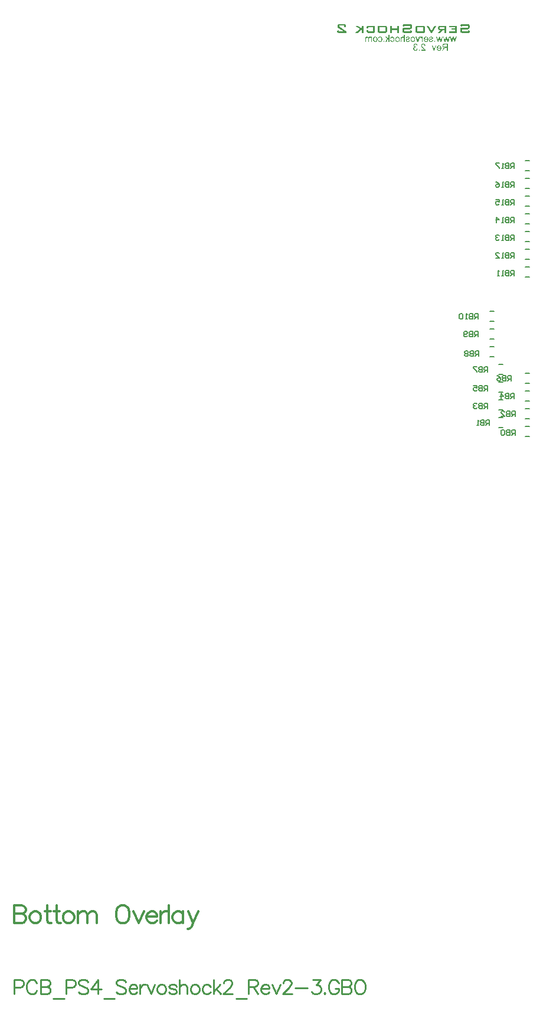
<source format=gbo>
%FSAX24Y24*%
%MOIN*%
G70*
G01*
G75*
G04 Layer_Color=32896*
G04:AMPARAMS|DCode=10|XSize=9.4mil|YSize=27.6mil|CornerRadius=2.4mil|HoleSize=0mil|Usage=FLASHONLY|Rotation=90.000|XOffset=0mil|YOffset=0mil|HoleType=Round|Shape=RoundedRectangle|*
%AMROUNDEDRECTD10*
21,1,0.0094,0.0228,0,0,90.0*
21,1,0.0047,0.0276,0,0,90.0*
1,1,0.0047,0.0114,0.0024*
1,1,0.0047,0.0114,-0.0024*
1,1,0.0047,-0.0114,-0.0024*
1,1,0.0047,-0.0114,0.0024*
%
%ADD10ROUNDEDRECTD10*%
%ADD11R,0.0661X0.0661*%
G04:AMPARAMS|DCode=12|XSize=9.4mil|YSize=27.6mil|CornerRadius=2.4mil|HoleSize=0mil|Usage=FLASHONLY|Rotation=180.000|XOffset=0mil|YOffset=0mil|HoleType=Round|Shape=RoundedRectangle|*
%AMROUNDEDRECTD12*
21,1,0.0094,0.0228,0,0,180.0*
21,1,0.0047,0.0276,0,0,180.0*
1,1,0.0047,-0.0024,0.0114*
1,1,0.0047,0.0024,0.0114*
1,1,0.0047,0.0024,-0.0114*
1,1,0.0047,-0.0024,-0.0114*
%
%ADD12ROUNDEDRECTD12*%
%ADD13R,0.0591X0.0512*%
%ADD14R,0.1100X0.0680*%
%ADD15R,0.0394X0.0433*%
%ADD16R,0.0433X0.0394*%
%ADD17R,0.0390X0.0430*%
%ADD18R,0.0591X0.1575*%
%ADD19R,0.0709X0.0630*%
%ADD20O,0.0118X0.0709*%
%ADD21O,0.0709X0.0118*%
%ADD22R,0.0472X0.0866*%
%ADD23R,0.1378X0.0866*%
%ADD24R,0.0472X0.1378*%
%ADD25R,0.0177X0.0354*%
%ADD26R,0.0430X0.0390*%
%ADD27C,0.0400*%
%ADD28R,0.0512X0.0591*%
%ADD29O,0.0768X0.0157*%
%ADD30R,0.0157X0.0532*%
%ADD31R,0.0748X0.0748*%
%ADD32R,0.0630X0.0551*%
%ADD33R,0.0709X0.0748*%
%ADD34C,0.0090*%
%ADD35C,0.0110*%
%ADD36C,0.0150*%
%ADD37C,0.0250*%
%ADD38C,0.0600*%
%ADD39C,0.0500*%
%ADD40C,0.0750*%
%ADD41C,0.1000*%
%ADD42C,0.0700*%
%ADD43C,0.0100*%
%ADD44C,0.0200*%
%ADD45C,0.0120*%
%ADD46R,0.0667X0.0672*%
%ADD47R,0.0840X0.0730*%
%ADD48R,0.1290X0.0830*%
%ADD49R,0.1050X0.2350*%
%ADD50R,0.1370X0.0930*%
%ADD51R,0.0600X0.0600*%
%ADD52C,0.0600*%
%ADD53C,0.0984*%
%ADD54C,0.0591*%
%ADD55C,0.1378*%
%ADD56C,0.2200*%
%ADD57C,0.0827*%
%ADD58C,0.0220*%
%ADD59C,0.0280*%
%ADD60C,0.0260*%
%ADD61C,0.0180*%
%ADD62C,0.0230*%
%ADD63C,0.0098*%
%ADD64C,0.0236*%
%ADD65C,0.0035*%
%ADD66C,0.0157*%
%ADD67C,0.0050*%
%ADD68C,0.0080*%
%ADD69C,0.0060*%
%ADD70C,0.0079*%
%ADD71C,0.0040*%
%ADD72C,0.0118*%
%ADD73R,0.0300X0.0600*%
%ADD74R,0.0600X0.0250*%
%ADD75R,0.0591X0.0591*%
%ADD76R,0.1260X0.0610*%
G04:AMPARAMS|DCode=77|XSize=13.4mil|YSize=31.5mil|CornerRadius=3.3mil|HoleSize=0mil|Usage=FLASHONLY|Rotation=90.000|XOffset=0mil|YOffset=0mil|HoleType=Round|Shape=RoundedRectangle|*
%AMROUNDEDRECTD77*
21,1,0.0134,0.0248,0,0,90.0*
21,1,0.0067,0.0315,0,0,90.0*
1,1,0.0067,0.0124,0.0033*
1,1,0.0067,0.0124,-0.0033*
1,1,0.0067,-0.0124,-0.0033*
1,1,0.0067,-0.0124,0.0033*
%
%ADD77ROUNDEDRECTD77*%
G04:AMPARAMS|DCode=78|XSize=13.4mil|YSize=31.5mil|CornerRadius=3.3mil|HoleSize=0mil|Usage=FLASHONLY|Rotation=180.000|XOffset=0mil|YOffset=0mil|HoleType=Round|Shape=RoundedRectangle|*
%AMROUNDEDRECTD78*
21,1,0.0134,0.0248,0,0,180.0*
21,1,0.0067,0.0315,0,0,180.0*
1,1,0.0067,-0.0033,0.0124*
1,1,0.0067,0.0033,0.0124*
1,1,0.0067,0.0033,-0.0124*
1,1,0.0067,-0.0033,-0.0124*
%
%ADD78ROUNDEDRECTD78*%
%ADD79R,0.0671X0.0592*%
%ADD80R,0.1180X0.0760*%
%ADD81R,0.0474X0.0513*%
%ADD82R,0.0513X0.0474*%
%ADD83R,0.0470X0.0510*%
%ADD84R,0.0669X0.1654*%
%ADD85R,0.0789X0.0710*%
%ADD86O,0.0198X0.0789*%
%ADD87O,0.0789X0.0198*%
%ADD88R,0.0552X0.0946*%
%ADD89R,0.1458X0.0946*%
%ADD90R,0.0552X0.1458*%
%ADD91R,0.0257X0.0434*%
%ADD92R,0.0510X0.0470*%
%ADD93C,0.1000*%
%ADD94R,0.0592X0.0671*%
%ADD95O,0.0848X0.0237*%
%ADD96R,0.0236X0.0610*%
%ADD97R,0.0828X0.0828*%
%ADD98R,0.0710X0.0631*%
%ADD99R,0.0789X0.0828*%
%ADD100R,0.0680X0.0680*%
%ADD101C,0.0680*%
%ADD102C,0.1064*%
%ADD103C,0.0671*%
%ADD104C,0.1458*%
%ADD105C,0.2280*%
%ADD106C,0.0907*%
%ADD107C,0.0118*%
%ADD108C,0.0220*%
%ADD109C,0.0200*%
G36*
X045490Y080034D02*
X045495Y080033D01*
X045500Y080031D01*
X045505Y080030D01*
X045508Y080028D01*
X045511Y080027D01*
X045514Y080026D01*
X045514Y080025D01*
X045519Y080021D01*
X045525Y080015D01*
X045529Y080008D01*
X045534Y080001D01*
X045538Y079995D01*
X045541Y079991D01*
X045542Y079988D01*
X045543Y079987D01*
X045543Y079986D01*
Y080028D01*
X045586D01*
Y079750D01*
X045539D01*
Y079895D01*
X045539Y079906D01*
X045538Y079917D01*
X045536Y079925D01*
X045535Y079934D01*
X045534Y079941D01*
X045532Y079946D01*
X045532Y079948D01*
Y079949D01*
X045532Y079949D01*
Y079950D01*
X045529Y079956D01*
X045526Y079961D01*
X045524Y079966D01*
X045521Y079969D01*
X045518Y079972D01*
X045516Y079974D01*
X045514Y079976D01*
X045514Y079976D01*
X045509Y079979D01*
X045504Y079981D01*
X045500Y079983D01*
X045496Y079984D01*
X045491Y079985D01*
X045489Y079985D01*
X045486D01*
X045479Y079985D01*
X045473Y079984D01*
X045467Y079983D01*
X045462Y079981D01*
X045458Y079978D01*
X045454Y079977D01*
X045452Y079976D01*
X045451Y079976D01*
X045434Y080019D01*
X045444Y080024D01*
X045452Y080028D01*
X045461Y080030D01*
X045469Y080033D01*
X045475Y080034D01*
X045479Y080035D01*
X045483D01*
X045490Y080034D01*
D02*
G37*
G36*
X046288Y079750D02*
X046234D01*
Y079804D01*
X046288D01*
Y079750D01*
D02*
G37*
G36*
X046076Y080034D02*
X046083Y080033D01*
X046090Y080031D01*
X046095Y080030D01*
X046098Y080029D01*
X046101Y080029D01*
X046102Y080028D01*
X046108Y080027D01*
X046115Y080024D01*
X046120Y080022D01*
X046124Y080020D01*
X046128Y080018D01*
X046130Y080016D01*
X046132Y080015D01*
X046132Y080015D01*
X046137Y080011D01*
X046142Y080007D01*
X046146Y080002D01*
X046149Y079998D01*
X046151Y079994D01*
X046153Y079991D01*
X046154Y079989D01*
X046155Y079988D01*
X046158Y079983D01*
X046160Y079977D01*
X046161Y079970D01*
X046163Y079966D01*
X046163Y079960D01*
X046164Y079957D01*
Y079955D01*
Y079954D01*
X046163Y079946D01*
X046162Y079939D01*
X046160Y079933D01*
X046158Y079928D01*
X046157Y079923D01*
X046155Y079920D01*
X046154Y079917D01*
X046153Y079917D01*
X046149Y079910D01*
X046144Y079906D01*
X046139Y079901D01*
X046135Y079897D01*
X046130Y079894D01*
X046126Y079893D01*
X046124Y079891D01*
X046123Y079890D01*
X046119Y079889D01*
X046114Y079887D01*
X046109Y079885D01*
X046104Y079883D01*
X046091Y079879D01*
X046080Y079875D01*
X046069Y079872D01*
X046063Y079871D01*
X046059Y079870D01*
X046056Y079869D01*
X046054Y079868D01*
X046052Y079868D01*
X046051D01*
X046044Y079866D01*
X046038Y079864D01*
X046032Y079862D01*
X046027Y079861D01*
X046023Y079859D01*
X046019Y079858D01*
X046016Y079858D01*
X046013Y079856D01*
X046007Y079854D01*
X046005Y079853D01*
X046003Y079852D01*
X046002Y079852D01*
X045998Y079848D01*
X045995Y079844D01*
X045992Y079840D01*
X045990Y079836D01*
X045989Y079833D01*
X045988Y079830D01*
Y079827D01*
Y079827D01*
X045989Y079820D01*
X045991Y079815D01*
X045993Y079809D01*
X045996Y079805D01*
X045999Y079801D01*
X046002Y079798D01*
X046004Y079797D01*
X046005Y079796D01*
X046011Y079791D01*
X046019Y079788D01*
X046027Y079786D01*
X046034Y079784D01*
X046042Y079784D01*
X046048Y079783D01*
X046053D01*
X046065Y079784D01*
X046075Y079785D01*
X046083Y079788D01*
X046090Y079791D01*
X046096Y079793D01*
X046100Y079795D01*
X046102Y079797D01*
X046104Y079798D01*
X046109Y079804D01*
X046115Y079811D01*
X046118Y079818D01*
X046121Y079825D01*
X046123Y079831D01*
X046124Y079836D01*
X046125Y079838D01*
X046125Y079840D01*
Y079840D01*
Y079840D01*
X046171Y079833D01*
X046170Y079825D01*
X046168Y079818D01*
X046165Y079811D01*
X046163Y079804D01*
X046160Y079798D01*
X046157Y079792D01*
X046153Y079788D01*
X046150Y079783D01*
X046147Y079779D01*
X046145Y079776D01*
X046143Y079773D01*
X046140Y079770D01*
X046138Y079769D01*
X046136Y079767D01*
X046136Y079767D01*
X046136Y079766D01*
X046130Y079762D01*
X046123Y079759D01*
X046111Y079753D01*
X046097Y079749D01*
X046083Y079747D01*
X046077Y079746D01*
X046071Y079745D01*
X046066Y079745D01*
X046062D01*
X046058Y079744D01*
X046052D01*
X046041Y079745D01*
X046030Y079745D01*
X046020Y079748D01*
X046011Y079749D01*
X046004Y079752D01*
X045999Y079753D01*
X045996Y079754D01*
X045995Y079755D01*
X045995Y079755D01*
X045994D01*
X045985Y079759D01*
X045977Y079765D01*
X045970Y079770D01*
X045964Y079776D01*
X045960Y079780D01*
X045957Y079784D01*
X045954Y079786D01*
X045954Y079787D01*
X045950Y079795D01*
X045946Y079803D01*
X045943Y079811D01*
X045942Y079818D01*
X045940Y079823D01*
X045940Y079828D01*
Y079831D01*
Y079832D01*
Y079832D01*
X045940Y079840D01*
X045942Y079848D01*
X045943Y079855D01*
X045946Y079861D01*
X045948Y079865D01*
X045950Y079869D01*
X045951Y079872D01*
X045951Y079872D01*
X045956Y079878D01*
X045961Y079883D01*
X045967Y079887D01*
X045971Y079890D01*
X045976Y079893D01*
X045979Y079896D01*
X045982Y079896D01*
X045983Y079897D01*
X045987Y079899D01*
X045992Y079900D01*
X046002Y079904D01*
X046013Y079907D01*
X046025Y079911D01*
X046035Y079914D01*
X046041Y079915D01*
X046045Y079917D01*
X046048Y079917D01*
X046051Y079918D01*
X046052Y079918D01*
X046052D01*
X046059Y079920D01*
X046064Y079922D01*
X046069Y079923D01*
X046073Y079925D01*
X046077Y079925D01*
X046081Y079927D01*
X046087Y079928D01*
X046090Y079929D01*
X046093Y079930D01*
X046094Y079931D01*
X046094D01*
X046098Y079932D01*
X046102Y079935D01*
X046105Y079936D01*
X046108Y079939D01*
X046110Y079941D01*
X046111Y079942D01*
X046112Y079942D01*
X046112Y079943D01*
X046115Y079946D01*
X046115Y079949D01*
X046118Y079954D01*
Y079956D01*
X046118Y079958D01*
Y079959D01*
Y079960D01*
X046118Y079965D01*
X046116Y079970D01*
X046114Y079974D01*
X046111Y079977D01*
X046109Y079981D01*
X046107Y079983D01*
X046105Y079984D01*
X046104Y079984D01*
X046098Y079988D01*
X046091Y079991D01*
X046083Y079993D01*
X046076Y079994D01*
X046069Y079995D01*
X046063Y079995D01*
X046058D01*
X046048Y079995D01*
X046040Y079994D01*
X046032Y079991D01*
X046026Y079990D01*
X046021Y079987D01*
X046018Y079985D01*
X046016Y079984D01*
X046015Y079983D01*
X046010Y079978D01*
X046006Y079973D01*
X046002Y079967D01*
X046000Y079962D01*
X045999Y079957D01*
X045998Y079953D01*
X045996Y079951D01*
Y079950D01*
X045950Y079956D01*
X045953Y079966D01*
X045955Y079974D01*
X045957Y079981D01*
X045960Y079988D01*
X045963Y079992D01*
X045965Y079996D01*
X045967Y079998D01*
X045967Y079999D01*
X045972Y080005D01*
X045978Y080010D01*
X045984Y080014D01*
X045990Y080018D01*
X045995Y080021D01*
X046000Y080023D01*
X046003Y080024D01*
X046003Y080025D01*
X046004D01*
X046013Y080028D01*
X046023Y080030D01*
X046033Y080032D01*
X046041Y080034D01*
X046049Y080034D01*
X046052D01*
X046055Y080035D01*
X046069D01*
X046076Y080034D01*
D02*
G37*
G36*
X043424Y079750D02*
X043369D01*
Y079804D01*
X043424D01*
Y079750D01*
D02*
G37*
G36*
X043189Y080034D02*
X043201Y080032D01*
X043212Y080029D01*
X043222Y080026D01*
X043231Y080023D01*
X043234Y080021D01*
X043236Y080020D01*
X043239Y080019D01*
X043240Y080018D01*
X043242Y080017D01*
X043242D01*
X043253Y080010D01*
X043262Y080002D01*
X043270Y079994D01*
X043276Y079985D01*
X043281Y079978D01*
X043285Y079972D01*
X043286Y079970D01*
X043287Y079968D01*
X043288Y079967D01*
Y079967D01*
X043292Y079953D01*
X043296Y079940D01*
X043299Y079927D01*
X043300Y079914D01*
X043301Y079909D01*
Y079904D01*
X043302Y079900D01*
X043302Y079896D01*
Y079893D01*
Y079890D01*
Y079889D01*
Y079888D01*
X043302Y079875D01*
X043300Y079864D01*
X043299Y079852D01*
X043296Y079842D01*
X043294Y079833D01*
X043291Y079823D01*
X043288Y079816D01*
X043285Y079809D01*
X043281Y079802D01*
X043278Y079797D01*
X043275Y079792D01*
X043273Y079788D01*
X043271Y079785D01*
X043269Y079783D01*
X043268Y079781D01*
X043267Y079781D01*
X043261Y079774D01*
X043253Y079769D01*
X043246Y079764D01*
X043239Y079759D01*
X043231Y079756D01*
X043224Y079753D01*
X043216Y079750D01*
X043209Y079749D01*
X043202Y079747D01*
X043196Y079746D01*
X043190Y079745D01*
X043186Y079745D01*
X043182D01*
X043179Y079744D01*
X043176D01*
X043168Y079745D01*
X043159Y079745D01*
X043145Y079748D01*
X043132Y079752D01*
X043126Y079755D01*
X043120Y079757D01*
X043116Y079759D01*
X043112Y079762D01*
X043108Y079764D01*
X043105Y079767D01*
X043102Y079768D01*
X043101Y079770D01*
X043100Y079770D01*
X043099Y079770D01*
X043094Y079776D01*
X043088Y079781D01*
X043084Y079788D01*
X043080Y079794D01*
X043073Y079806D01*
X043068Y079818D01*
X043066Y079823D01*
X043064Y079829D01*
X043063Y079833D01*
X043061Y079837D01*
X043061Y079841D01*
X043060Y079844D01*
X043060Y079845D01*
Y079845D01*
X043106Y079852D01*
X043109Y079840D01*
X043113Y079829D01*
X043116Y079820D01*
X043120Y079812D01*
X043124Y079807D01*
X043127Y079802D01*
X043130Y079801D01*
X043130Y079799D01*
X043138Y079794D01*
X043145Y079790D01*
X043153Y079787D01*
X043161Y079785D01*
X043167Y079784D01*
X043172Y079784D01*
X043174Y079783D01*
X043176D01*
X043183Y079784D01*
X043189Y079784D01*
X043200Y079787D01*
X043210Y079791D01*
X043218Y079795D01*
X043224Y079800D01*
X043229Y079804D01*
X043232Y079807D01*
X043232Y079808D01*
X043232Y079808D01*
X043236Y079813D01*
X043239Y079819D01*
X043245Y079832D01*
X043249Y079845D01*
X043251Y079858D01*
X043252Y079865D01*
X043253Y079871D01*
X043253Y079875D01*
Y079880D01*
X043253Y079884D01*
Y079887D01*
Y079889D01*
Y079889D01*
X043253Y079900D01*
X043253Y079909D01*
X043252Y079917D01*
X043250Y079925D01*
X043249Y079932D01*
X043246Y079939D01*
X043245Y079945D01*
X043243Y079950D01*
X043240Y079955D01*
X043239Y079959D01*
X043236Y079963D01*
X043235Y079965D01*
X043233Y079967D01*
X043232Y079969D01*
X043232Y079970D01*
Y079970D01*
X043227Y079974D01*
X043222Y079978D01*
X043218Y079982D01*
X043213Y079985D01*
X043204Y079990D01*
X043194Y079992D01*
X043186Y079994D01*
X043183Y079995D01*
X043180Y079995D01*
X043177Y079995D01*
X043174D01*
X043165Y079995D01*
X043158Y079994D01*
X043151Y079991D01*
X043145Y079988D01*
X043141Y079985D01*
X043137Y079984D01*
X043134Y079981D01*
X043134Y079981D01*
X043128Y079975D01*
X043123Y079969D01*
X043120Y079962D01*
X043116Y079955D01*
X043113Y079949D01*
X043112Y079944D01*
X043111Y079942D01*
Y079941D01*
X043110Y079940D01*
Y079939D01*
X043064Y079946D01*
X043068Y079962D01*
X043074Y079974D01*
X043080Y079985D01*
X043087Y079995D01*
X043089Y079998D01*
X043092Y080002D01*
X043095Y080005D01*
X043098Y080007D01*
X043099Y080009D01*
X043101Y080010D01*
X043102Y080011D01*
X043102Y080012D01*
X043108Y080015D01*
X043113Y080019D01*
X043126Y080025D01*
X043138Y080029D01*
X043149Y080031D01*
X043155Y080033D01*
X043159Y080034D01*
X043164Y080034D01*
X043168D01*
X043171Y080035D01*
X043176D01*
X043189Y080034D01*
D02*
G37*
G36*
X045331Y079750D02*
X045285D01*
X045180Y080028D01*
X045229D01*
X045290Y079858D01*
X045294Y079847D01*
X045298Y079837D01*
X045301Y079828D01*
X045304Y079820D01*
X045306Y079814D01*
X045307Y079809D01*
X045307Y079806D01*
X045308Y079806D01*
Y079805D01*
X045311Y079816D01*
X045314Y079826D01*
X045317Y079836D01*
X045320Y079844D01*
X045322Y079851D01*
X045325Y079857D01*
X045325Y079859D01*
X045325Y079861D01*
X045326Y079861D01*
Y079861D01*
X045385Y080028D01*
X045436D01*
X045331Y079750D01*
D02*
G37*
G36*
X046639D02*
X046590D01*
X046533Y079964D01*
X046522Y079917D01*
X046478Y079750D01*
X046430D01*
X046342Y080028D01*
X046388D01*
X046436Y079868D01*
X046452Y079813D01*
X046466Y079866D01*
X046508Y080028D01*
X046556D01*
X046600Y079865D01*
X046603Y079855D01*
X046604Y079847D01*
X046606Y079840D01*
X046608Y079833D01*
X046610Y079828D01*
X046610Y079823D01*
X046611Y079819D01*
X046613Y079816D01*
X046613Y079814D01*
X046613Y079812D01*
X046614Y079809D01*
X046614Y079808D01*
Y079808D01*
X046631Y079868D01*
X046675Y080028D01*
X046724D01*
X046639Y079750D01*
D02*
G37*
G36*
X043875Y080034D02*
X043887Y080032D01*
X043899Y080029D01*
X043908Y080026D01*
X043917Y080023D01*
X043920Y080021D01*
X043923Y080020D01*
X043925Y080019D01*
X043927Y080018D01*
X043927Y080017D01*
X043928D01*
X043938Y080010D01*
X043948Y080002D01*
X043956Y079994D01*
X043962Y079985D01*
X043967Y079978D01*
X043970Y079972D01*
X043972Y079970D01*
X043973Y079968D01*
X043973Y079967D01*
Y079967D01*
X043979Y079953D01*
X043982Y079940D01*
X043984Y079927D01*
X043986Y079914D01*
X043987Y079909D01*
Y079904D01*
X043987Y079900D01*
X043988Y079896D01*
Y079893D01*
Y079890D01*
Y079889D01*
Y079888D01*
X043987Y079875D01*
X043987Y079864D01*
X043985Y079852D01*
X043983Y079842D01*
X043980Y079833D01*
X043977Y079823D01*
X043974Y079816D01*
X043970Y079809D01*
X043967Y079802D01*
X043965Y079797D01*
X043962Y079792D01*
X043959Y079788D01*
X043956Y079785D01*
X043955Y079783D01*
X043954Y079781D01*
X043953Y079781D01*
X043947Y079774D01*
X043939Y079769D01*
X043932Y079764D01*
X043924Y079759D01*
X043917Y079756D01*
X043910Y079753D01*
X043902Y079750D01*
X043895Y079749D01*
X043888Y079747D01*
X043882Y079746D01*
X043877Y079745D01*
X043871Y079745D01*
X043868D01*
X043864Y079744D01*
X043862D01*
X043854Y079745D01*
X043846Y079745D01*
X043831Y079748D01*
X043818Y079752D01*
X043812Y079755D01*
X043807Y079757D01*
X043802Y079759D01*
X043797Y079762D01*
X043794Y079764D01*
X043791Y079767D01*
X043788Y079768D01*
X043787Y079770D01*
X043786Y079770D01*
X043786Y079770D01*
X043780Y079776D01*
X043774Y079781D01*
X043770Y079788D01*
X043766Y079794D01*
X043759Y079806D01*
X043754Y079818D01*
X043752Y079823D01*
X043750Y079829D01*
X043749Y079833D01*
X043748Y079837D01*
X043747Y079841D01*
X043747Y079844D01*
X043746Y079845D01*
Y079845D01*
X043793Y079852D01*
X043795Y079840D01*
X043798Y079829D01*
X043802Y079820D01*
X043807Y079812D01*
X043810Y079807D01*
X043814Y079802D01*
X043815Y079801D01*
X043816Y079799D01*
X043824Y079794D01*
X043832Y079790D01*
X043839Y079787D01*
X043847Y079785D01*
X043853Y079784D01*
X043858Y079784D01*
X043860Y079783D01*
X043863D01*
X043869Y079784D01*
X043875Y079784D01*
X043886Y079787D01*
X043896Y079791D01*
X043903Y079795D01*
X043910Y079800D01*
X043914Y079804D01*
X043917Y079807D01*
X043918Y079808D01*
X043918Y079808D01*
X043922Y079813D01*
X043925Y079819D01*
X043931Y079832D01*
X043934Y079845D01*
X043937Y079858D01*
X043938Y079865D01*
X043938Y079871D01*
X043939Y079875D01*
Y079880D01*
X043939Y079884D01*
Y079887D01*
Y079889D01*
Y079889D01*
X043939Y079900D01*
X043938Y079909D01*
X043938Y079917D01*
X043936Y079925D01*
X043934Y079932D01*
X043932Y079939D01*
X043931Y079945D01*
X043928Y079950D01*
X043927Y079955D01*
X043924Y079959D01*
X043923Y079963D01*
X043921Y079965D01*
X043920Y079967D01*
X043918Y079969D01*
X043917Y079970D01*
Y079970D01*
X043913Y079974D01*
X043909Y079978D01*
X043904Y079982D01*
X043899Y079985D01*
X043889Y079990D01*
X043881Y079992D01*
X043872Y079994D01*
X043869Y079995D01*
X043866Y079995D01*
X043864Y079995D01*
X043860D01*
X043851Y079995D01*
X043844Y079994D01*
X043837Y079991D01*
X043831Y079988D01*
X043826Y079985D01*
X043823Y079984D01*
X043821Y079981D01*
X043820Y079981D01*
X043814Y079975D01*
X043809Y079969D01*
X043805Y079962D01*
X043802Y079955D01*
X043800Y079949D01*
X043798Y079944D01*
X043797Y079942D01*
Y079941D01*
X043797Y079940D01*
Y079939D01*
X043751Y079946D01*
X043755Y079962D01*
X043760Y079974D01*
X043766Y079985D01*
X043773Y079995D01*
X043776Y079998D01*
X043779Y080002D01*
X043781Y080005D01*
X043783Y080007D01*
X043786Y080009D01*
X043787Y080010D01*
X043787Y080011D01*
X043788Y080012D01*
X043794Y080015D01*
X043800Y080019D01*
X043811Y080025D01*
X043824Y080029D01*
X043836Y080031D01*
X043841Y080033D01*
X043846Y080034D01*
X043850Y080034D01*
X043854D01*
X043857Y080035D01*
X043861D01*
X043875Y080034D01*
D02*
G37*
G36*
X045781D02*
X045791Y080033D01*
X045800Y080031D01*
X045809Y080028D01*
X045817Y080026D01*
X045826Y080022D01*
X045833Y080019D01*
X045839Y080015D01*
X045844Y080012D01*
X045849Y080008D01*
X045854Y080005D01*
X045858Y080001D01*
X045861Y079999D01*
X045862Y079997D01*
X045863Y079996D01*
X045864Y079995D01*
X045870Y079988D01*
X045876Y079980D01*
X045880Y079971D01*
X045885Y079962D01*
X045889Y079953D01*
X045891Y079944D01*
X045894Y079935D01*
X045896Y079927D01*
X045897Y079918D01*
X045898Y079911D01*
X045899Y079904D01*
X045900Y079898D01*
Y079893D01*
X045900Y079889D01*
Y079887D01*
Y079886D01*
X045900Y079874D01*
X045898Y079862D01*
X045897Y079852D01*
X045894Y079841D01*
X045892Y079833D01*
X045889Y079823D01*
X045886Y079816D01*
X045882Y079809D01*
X045879Y079802D01*
X045876Y079797D01*
X045873Y079792D01*
X045870Y079788D01*
X045868Y079785D01*
X045866Y079784D01*
X045865Y079782D01*
X045865Y079781D01*
X045858Y079775D01*
X045850Y079769D01*
X045842Y079764D01*
X045834Y079760D01*
X045826Y079756D01*
X045818Y079753D01*
X045810Y079750D01*
X045802Y079749D01*
X045795Y079747D01*
X045788Y079746D01*
X045782Y079745D01*
X045778Y079745D01*
X045774D01*
X045770Y079744D01*
X045767D01*
X045759Y079745D01*
X045750Y079745D01*
X045735Y079748D01*
X045728Y079749D01*
X045721Y079752D01*
X045715Y079753D01*
X045710Y079756D01*
X045704Y079758D01*
X045700Y079760D01*
X045697Y079762D01*
X045693Y079764D01*
X045691Y079766D01*
X045690Y079767D01*
X045689Y079767D01*
X045688D01*
X045677Y079777D01*
X045669Y079788D01*
X045661Y079799D01*
X045655Y079809D01*
X045651Y079819D01*
X045649Y079823D01*
X045648Y079827D01*
X045647Y079830D01*
X045646Y079832D01*
X045645Y079833D01*
Y079834D01*
X045694Y079840D01*
X045698Y079830D01*
X045704Y079821D01*
X045708Y079813D01*
X045713Y079807D01*
X045717Y079802D01*
X045721Y079799D01*
X045722Y079797D01*
X045724Y079797D01*
X045731Y079792D01*
X045738Y079788D01*
X045746Y079787D01*
X045752Y079784D01*
X045759Y079784D01*
X045763Y079783D01*
X045767D01*
X045774Y079784D01*
X045780Y079784D01*
X045792Y079787D01*
X045802Y079791D01*
X045810Y079795D01*
X045816Y079799D01*
X045822Y079804D01*
X045823Y079805D01*
X045825Y079806D01*
X045826Y079806D01*
X045826Y079807D01*
X045830Y079812D01*
X045834Y079817D01*
X045840Y079828D01*
X045844Y079840D01*
X045848Y079851D01*
X045849Y079861D01*
X045850Y079865D01*
X045851Y079869D01*
X045851Y079872D01*
X045851Y079875D01*
Y079876D01*
Y079877D01*
X045644D01*
X045644Y079882D01*
Y079886D01*
Y079889D01*
Y079889D01*
X045644Y079902D01*
X045645Y079914D01*
X045647Y079925D01*
X045649Y079935D01*
X045651Y079945D01*
X045655Y079953D01*
X045658Y079962D01*
X045661Y079969D01*
X045665Y079976D01*
X045668Y079981D01*
X045671Y079985D01*
X045673Y079990D01*
X045676Y079992D01*
X045677Y079995D01*
X045679Y079996D01*
X045679Y079997D01*
X045686Y080003D01*
X045693Y080009D01*
X045700Y080014D01*
X045708Y080019D01*
X045716Y080022D01*
X045724Y080025D01*
X045731Y080028D01*
X045738Y080030D01*
X045745Y080031D01*
X045751Y080033D01*
X045757Y080034D01*
X045761Y080034D01*
X045765Y080035D01*
X045771D01*
X045781Y080034D01*
D02*
G37*
G36*
X045035D02*
X045044Y080033D01*
X045052Y080031D01*
X045061Y080029D01*
X045068Y080028D01*
X045076Y080024D01*
X045083Y080022D01*
X045089Y080019D01*
X045094Y080016D01*
X045099Y080014D01*
X045103Y080010D01*
X045107Y080008D01*
X045110Y080007D01*
X045111Y080005D01*
X045113Y080004D01*
X045113Y080003D01*
X045121Y079996D01*
X045127Y079988D01*
X045132Y079979D01*
X045138Y079970D01*
X045142Y079960D01*
X045145Y079951D01*
X045148Y079942D01*
X045150Y079932D01*
X045152Y079924D01*
X045153Y079915D01*
X045154Y079908D01*
X045155Y079901D01*
Y079896D01*
X045156Y079893D01*
Y079890D01*
Y079889D01*
X045155Y079876D01*
X045154Y079864D01*
X045152Y079853D01*
X045150Y079843D01*
X045147Y079833D01*
X045144Y079824D01*
X045141Y079816D01*
X045138Y079809D01*
X045134Y079802D01*
X045131Y079797D01*
X045128Y079792D01*
X045125Y079788D01*
X045123Y079785D01*
X045121Y079783D01*
X045120Y079781D01*
X045120Y079781D01*
X045113Y079774D01*
X045105Y079769D01*
X045097Y079764D01*
X045090Y079759D01*
X045082Y079756D01*
X045074Y079753D01*
X045066Y079750D01*
X045059Y079749D01*
X045052Y079747D01*
X045045Y079746D01*
X045040Y079745D01*
X045035Y079745D01*
X045031D01*
X045028Y079744D01*
X045026D01*
X045012Y079745D01*
X044999Y079746D01*
X044988Y079749D01*
X044978Y079752D01*
X044970Y079756D01*
X044967Y079757D01*
X044964Y079759D01*
X044962Y079759D01*
X044960Y079760D01*
X044959Y079761D01*
X044959D01*
X044948Y079768D01*
X044938Y079776D01*
X044930Y079784D01*
X044924Y079791D01*
X044918Y079798D01*
X044914Y079804D01*
X044913Y079805D01*
X044912Y079807D01*
X044911Y079808D01*
Y079809D01*
X044908Y079815D01*
X044906Y079821D01*
X044902Y079835D01*
X044899Y079849D01*
X044897Y079862D01*
X044896Y079868D01*
X044896Y079875D01*
X044896Y079879D01*
X044895Y079884D01*
Y079888D01*
Y079890D01*
Y079893D01*
Y079893D01*
X044896Y079905D01*
X044896Y079917D01*
X044899Y079927D01*
X044900Y079937D01*
X044903Y079946D01*
X044907Y079955D01*
X044910Y079963D01*
X044913Y079970D01*
X044917Y079976D01*
X044920Y079981D01*
X044923Y079986D01*
X044926Y079990D01*
X044928Y079992D01*
X044930Y079995D01*
X044931Y079996D01*
X044932Y079997D01*
X044939Y080003D01*
X044946Y080009D01*
X044953Y080014D01*
X044962Y080019D01*
X044970Y080022D01*
X044977Y080025D01*
X044985Y080028D01*
X044992Y080030D01*
X044999Y080031D01*
X045005Y080033D01*
X045011Y080034D01*
X045016Y080034D01*
X045020Y080035D01*
X045026D01*
X045035Y080034D01*
D02*
G37*
G36*
X046244Y079250D02*
X046199D01*
X046094Y079528D01*
X046143D01*
X046204Y079359D01*
X046208Y079348D01*
X046212Y079337D01*
X046214Y079328D01*
X046217Y079321D01*
X046219Y079314D01*
X046220Y079310D01*
X046221Y079307D01*
X046221Y079306D01*
Y079306D01*
X046224Y079316D01*
X046227Y079327D01*
X046231Y079336D01*
X046234Y079345D01*
X046236Y079352D01*
X046238Y079357D01*
X046238Y079359D01*
X046239Y079360D01*
X046240Y079361D01*
Y079362D01*
X046299Y079528D01*
X046349D01*
X046244Y079250D01*
D02*
G37*
G36*
X045417D02*
X045363D01*
Y079304D01*
X045417D01*
Y079250D01*
D02*
G37*
G36*
X047000D02*
X046949D01*
Y079420D01*
X046883D01*
X046877Y079420D01*
X046873D01*
X046869Y079419D01*
X046866Y079419D01*
X046863D01*
X046863Y079419D01*
X046862D01*
X046853Y079415D01*
X046849Y079414D01*
X046846Y079412D01*
X046843Y079411D01*
X046841Y079409D01*
X046839Y079408D01*
X046839Y079408D01*
X046835Y079405D01*
X046830Y079401D01*
X046825Y079397D01*
X046821Y079392D01*
X046818Y079388D01*
X046816Y079385D01*
X046814Y079383D01*
X046813Y079382D01*
X046807Y079374D01*
X046801Y079366D01*
X046795Y079358D01*
X046789Y079349D01*
X046784Y079342D01*
X046782Y079338D01*
X046779Y079335D01*
X046778Y079333D01*
X046777Y079331D01*
X046776Y079330D01*
Y079330D01*
X046726Y079250D01*
X046662D01*
X046728Y079354D01*
X046736Y079365D01*
X046743Y079375D01*
X046750Y079384D01*
X046757Y079391D01*
X046762Y079397D01*
X046767Y079401D01*
X046769Y079404D01*
X046770Y079405D01*
X046771D01*
X046775Y079408D01*
X046779Y079412D01*
X046789Y079419D01*
X046794Y079421D01*
X046797Y079423D01*
X046800Y079424D01*
X046801Y079425D01*
X046791Y079426D01*
X046782Y079428D01*
X046773Y079430D01*
X046765Y079433D01*
X046757Y079436D01*
X046750Y079439D01*
X046744Y079442D01*
X046739Y079445D01*
X046734Y079448D01*
X046730Y079451D01*
X046727Y079454D01*
X046724Y079455D01*
X046722Y079458D01*
X046720Y079459D01*
X046719Y079460D01*
X046719Y079460D01*
X046715Y079465D01*
X046710Y079471D01*
X046707Y079477D01*
X046704Y079482D01*
X046699Y079494D01*
X046696Y079505D01*
X046694Y079514D01*
X046694Y079518D01*
X046693Y079522D01*
X046693Y079525D01*
Y079527D01*
Y079528D01*
Y079529D01*
X046693Y079541D01*
X046695Y079552D01*
X046698Y079562D01*
X046701Y079570D01*
X046704Y079577D01*
X046706Y079583D01*
X046707Y079584D01*
X046708Y079586D01*
X046708Y079587D01*
Y079587D01*
X046715Y079596D01*
X046722Y079604D01*
X046729Y079611D01*
X046736Y079616D01*
X046742Y079619D01*
X046747Y079622D01*
X046749Y079623D01*
X046750Y079623D01*
X046751Y079624D01*
X046751D01*
X046757Y079626D01*
X046762Y079627D01*
X046775Y079630D01*
X046788Y079632D01*
X046800Y079633D01*
X046807Y079633D01*
X046812Y079634D01*
X046817D01*
X046821Y079634D01*
X047000D01*
Y079250D01*
D02*
G37*
G36*
X046515Y079534D02*
X046526Y079533D01*
X046535Y079531D01*
X046544Y079528D01*
X046552Y079525D01*
X046560Y079522D01*
X046567Y079518D01*
X046574Y079515D01*
X046579Y079511D01*
X046584Y079508D01*
X046589Y079504D01*
X046592Y079502D01*
X046595Y079499D01*
X046597Y079497D01*
X046598Y079496D01*
X046599Y079496D01*
X046605Y079488D01*
X046610Y079480D01*
X046615Y079471D01*
X046620Y079462D01*
X046623Y079453D01*
X046625Y079444D01*
X046628Y079435D01*
X046630Y079426D01*
X046631Y079419D01*
X046632Y079411D01*
X046634Y079404D01*
X046634Y079398D01*
Y079394D01*
X046634Y079390D01*
Y079387D01*
Y079387D01*
X046634Y079374D01*
X046633Y079363D01*
X046631Y079352D01*
X046629Y079342D01*
X046627Y079332D01*
X046624Y079324D01*
X046620Y079316D01*
X046617Y079309D01*
X046613Y079303D01*
X046610Y079297D01*
X046607Y079292D01*
X046604Y079289D01*
X046603Y079285D01*
X046600Y079283D01*
X046599Y079282D01*
X046599Y079282D01*
X046592Y079275D01*
X046585Y079269D01*
X046576Y079264D01*
X046568Y079260D01*
X046561Y079256D01*
X046553Y079253D01*
X046544Y079250D01*
X046537Y079248D01*
X046530Y079247D01*
X046523Y079246D01*
X046517Y079245D01*
X046512Y079244D01*
X046508D01*
X046505Y079244D01*
X046502D01*
X046493Y079244D01*
X046484Y079245D01*
X046469Y079247D01*
X046462Y079250D01*
X046455Y079251D01*
X046449Y079254D01*
X046444Y079256D01*
X046439Y079258D01*
X046435Y079260D01*
X046431Y079262D01*
X046428Y079264D01*
X046425Y079265D01*
X046424Y079267D01*
X046423Y079268D01*
X046423D01*
X046412Y079277D01*
X046403Y079288D01*
X046396Y079299D01*
X046389Y079310D01*
X046385Y079319D01*
X046384Y079324D01*
X046382Y079327D01*
X046381Y079330D01*
X046381Y079332D01*
X046380Y079334D01*
Y079334D01*
X046429Y079341D01*
X046433Y079330D01*
X046438Y079321D01*
X046443Y079313D01*
X046448Y079307D01*
X046452Y079303D01*
X046455Y079299D01*
X046457Y079297D01*
X046458Y079296D01*
X046465Y079292D01*
X046473Y079289D01*
X046480Y079286D01*
X046487Y079285D01*
X046493Y079283D01*
X046498Y079283D01*
X046502D01*
X046508Y079283D01*
X046515Y079284D01*
X046526Y079287D01*
X046536Y079290D01*
X046544Y079295D01*
X046551Y079300D01*
X046557Y079303D01*
X046558Y079305D01*
X046560Y079306D01*
X046560Y079307D01*
X046561Y079307D01*
X046564Y079312D01*
X046568Y079317D01*
X046574Y079328D01*
X046578Y079339D01*
X046582Y079351D01*
X046584Y079361D01*
X046585Y079366D01*
X046585Y079370D01*
X046585Y079373D01*
X046586Y079375D01*
Y079377D01*
Y079377D01*
X046378D01*
X046378Y079383D01*
Y079387D01*
Y079388D01*
Y079390D01*
X046378Y079402D01*
X046379Y079414D01*
X046382Y079425D01*
X046384Y079436D01*
X046386Y079445D01*
X046389Y079454D01*
X046392Y079461D01*
X046396Y079469D01*
X046399Y079475D01*
X046403Y079481D01*
X046406Y079486D01*
X046408Y079489D01*
X046410Y079493D01*
X046412Y079495D01*
X046413Y079496D01*
X046413Y079496D01*
X046420Y079503D01*
X046427Y079509D01*
X046435Y079514D01*
X046443Y079518D01*
X046451Y079522D01*
X046458Y079525D01*
X046466Y079528D01*
X046473Y079530D01*
X046479Y079531D01*
X046486Y079532D01*
X046491Y079534D01*
X046495Y079534D01*
X046500Y079535D01*
X046505D01*
X046515Y079534D01*
D02*
G37*
G36*
X045626Y079636D02*
X045635Y079635D01*
X045644Y079633D01*
X045652Y079632D01*
X045661Y079630D01*
X045668Y079627D01*
X045674Y079625D01*
X045680Y079622D01*
X045686Y079619D01*
X045690Y079616D01*
X045694Y079614D01*
X045697Y079612D01*
X045700Y079610D01*
X045702Y079608D01*
X045703Y079608D01*
X045704Y079608D01*
X045710Y079602D01*
X045715Y079596D01*
X045719Y079590D01*
X045723Y079583D01*
X045726Y079576D01*
X045729Y079569D01*
X045734Y079556D01*
X045736Y079549D01*
X045738Y079543D01*
X045739Y079538D01*
X045739Y079534D01*
X045740Y079530D01*
Y079528D01*
X045740Y079525D01*
Y079525D01*
X045692Y079520D01*
X045691Y079533D01*
X045689Y079544D01*
X045686Y079553D01*
X045682Y079562D01*
X045678Y079568D01*
X045675Y079573D01*
X045672Y079576D01*
X045672Y079577D01*
X045663Y079584D01*
X045655Y079588D01*
X045645Y079592D01*
X045637Y079594D01*
X045629Y079596D01*
X045626Y079597D01*
X045623D01*
X045620Y079597D01*
X045617D01*
X045606Y079596D01*
X045595Y079594D01*
X045586Y079591D01*
X045578Y079587D01*
X045573Y079584D01*
X045568Y079580D01*
X045566Y079578D01*
X045564Y079577D01*
X045557Y079570D01*
X045553Y079562D01*
X045549Y079555D01*
X045546Y079547D01*
X045545Y079541D01*
X045545Y079535D01*
X045544Y079533D01*
Y079532D01*
Y079531D01*
Y079531D01*
Y079525D01*
X045545Y079521D01*
X045547Y079510D01*
X045551Y079500D01*
X045555Y079492D01*
X045560Y079485D01*
X045561Y079482D01*
X045563Y079479D01*
X045564Y079476D01*
X045566Y079475D01*
X045566Y079474D01*
X045567Y079474D01*
X045571Y079468D01*
X045577Y079461D01*
X045582Y079455D01*
X045589Y079448D01*
X045603Y079434D01*
X045617Y079422D01*
X045623Y079415D01*
X045630Y079410D01*
X045636Y079405D01*
X045641Y079401D01*
X045645Y079397D01*
X045648Y079394D01*
X045651Y079392D01*
X045651Y079392D01*
X045665Y079380D01*
X045678Y079369D01*
X045689Y079359D01*
X045697Y079351D01*
X045704Y079344D01*
X045709Y079338D01*
X045711Y079336D01*
X045712Y079335D01*
X045712Y079334D01*
X045713Y079334D01*
X045721Y079324D01*
X045727Y079315D01*
X045732Y079307D01*
X045736Y079299D01*
X045740Y079292D01*
X045742Y079287D01*
X045743Y079285D01*
X045743Y079283D01*
X045744Y079283D01*
Y079282D01*
X045746Y079276D01*
X045747Y079271D01*
X045749Y079265D01*
X045749Y079261D01*
X045750Y079256D01*
Y079253D01*
Y079251D01*
Y079250D01*
X045495D01*
Y079296D01*
X045684D01*
X045677Y079304D01*
X045674Y079309D01*
X045671Y079313D01*
X045668Y079316D01*
X045666Y079318D01*
X045665Y079320D01*
X045664Y079321D01*
X045662Y079323D01*
X045658Y079327D01*
X045655Y079330D01*
X045651Y079334D01*
X045641Y079342D01*
X045632Y079349D01*
X045623Y079357D01*
X045620Y079360D01*
X045616Y079363D01*
X045613Y079366D01*
X045612Y079367D01*
X045610Y079369D01*
X045609Y079369D01*
X045601Y079377D01*
X045592Y079384D01*
X045584Y079391D01*
X045577Y079398D01*
X045570Y079404D01*
X045564Y079409D01*
X045559Y079415D01*
X045554Y079419D01*
X045550Y079423D01*
X045546Y079426D01*
X045543Y079429D01*
X045540Y079432D01*
X045539Y079434D01*
X045538Y079436D01*
X045536Y079436D01*
Y079436D01*
X045529Y079446D01*
X045522Y079454D01*
X045517Y079462D01*
X045512Y079469D01*
X045509Y079475D01*
X045507Y079479D01*
X045505Y079482D01*
X045505Y079483D01*
X045502Y079492D01*
X045500Y079500D01*
X045498Y079508D01*
X045497Y079514D01*
X045496Y079521D01*
X045496Y079525D01*
Y079528D01*
Y079529D01*
X045496Y079538D01*
X045497Y079545D01*
X045498Y079553D01*
X045500Y079560D01*
X045506Y079573D01*
X045508Y079579D01*
X045511Y079584D01*
X045515Y079589D01*
X045518Y079593D01*
X045521Y079597D01*
X045523Y079599D01*
X045525Y079602D01*
X045526Y079604D01*
X045528Y079605D01*
X045528Y079605D01*
X045535Y079611D01*
X045541Y079615D01*
X045548Y079619D01*
X045556Y079623D01*
X045563Y079626D01*
X045570Y079629D01*
X045584Y079632D01*
X045591Y079633D01*
X045596Y079634D01*
X045602Y079635D01*
X045607Y079636D01*
X045610Y079636D01*
X045616D01*
X045626Y079636D01*
D02*
G37*
G36*
X044170Y080034D02*
X044179Y080033D01*
X044187Y080031D01*
X044195Y080029D01*
X044203Y080028D01*
X044211Y080024D01*
X044217Y080022D01*
X044223Y080019D01*
X044229Y080016D01*
X044233Y080014D01*
X044237Y080010D01*
X044241Y080008D01*
X044244Y080007D01*
X044246Y080005D01*
X044247Y080004D01*
X044247Y080003D01*
X044255Y079996D01*
X044261Y079988D01*
X044267Y079979D01*
X044272Y079970D01*
X044276Y079960D01*
X044279Y079951D01*
X044282Y079942D01*
X044285Y079932D01*
X044286Y079924D01*
X044288Y079915D01*
X044289Y079908D01*
X044289Y079901D01*
Y079896D01*
X044290Y079893D01*
Y079890D01*
Y079889D01*
X044289Y079876D01*
X044289Y079864D01*
X044286Y079853D01*
X044285Y079843D01*
X044282Y079833D01*
X044278Y079824D01*
X044275Y079816D01*
X044272Y079809D01*
X044268Y079802D01*
X044265Y079797D01*
X044262Y079792D01*
X044260Y079788D01*
X044257Y079785D01*
X044255Y079783D01*
X044254Y079781D01*
X044254Y079781D01*
X044247Y079774D01*
X044240Y079769D01*
X044232Y079764D01*
X044224Y079759D01*
X044216Y079756D01*
X044208Y079753D01*
X044201Y079750D01*
X044194Y079749D01*
X044187Y079747D01*
X044180Y079746D01*
X044174Y079745D01*
X044170Y079745D01*
X044166D01*
X044163Y079744D01*
X044160D01*
X044146Y079745D01*
X044134Y079746D01*
X044123Y079749D01*
X044113Y079752D01*
X044104Y079756D01*
X044101Y079757D01*
X044099Y079759D01*
X044096Y079759D01*
X044095Y079760D01*
X044093Y079761D01*
X044093D01*
X044082Y079768D01*
X044072Y079776D01*
X044064Y079784D01*
X044058Y079791D01*
X044053Y079798D01*
X044049Y079804D01*
X044047Y079805D01*
X044047Y079807D01*
X044046Y079808D01*
Y079809D01*
X044043Y079815D01*
X044040Y079821D01*
X044036Y079835D01*
X044033Y079849D01*
X044032Y079862D01*
X044031Y079868D01*
X044030Y079875D01*
X044030Y079879D01*
X044029Y079884D01*
Y079888D01*
Y079890D01*
Y079893D01*
Y079893D01*
X044030Y079905D01*
X044031Y079917D01*
X044033Y079927D01*
X044035Y079937D01*
X044038Y079946D01*
X044041Y079955D01*
X044044Y079963D01*
X044047Y079970D01*
X044051Y079976D01*
X044054Y079981D01*
X044057Y079986D01*
X044061Y079990D01*
X044062Y079992D01*
X044064Y079995D01*
X044065Y079996D01*
X044066Y079997D01*
X044073Y080003D01*
X044081Y080009D01*
X044088Y080014D01*
X044096Y080019D01*
X044104Y080022D01*
X044112Y080025D01*
X044120Y080028D01*
X044127Y080030D01*
X044134Y080031D01*
X044140Y080033D01*
X044145Y080034D01*
X044151Y080034D01*
X044155Y080035D01*
X044160D01*
X044170Y080034D01*
D02*
G37*
G36*
X044763Y080034D02*
X044770Y080033D01*
X044777Y080031D01*
X044782Y080030D01*
X044785Y080029D01*
X044788Y080029D01*
X044789Y080028D01*
X044795Y080027D01*
X044802Y080024D01*
X044807Y080022D01*
X044811Y080020D01*
X044815Y080018D01*
X044817Y080016D01*
X044819Y080015D01*
X044819Y080015D01*
X044824Y080011D01*
X044829Y080007D01*
X044833Y080002D01*
X044836Y079998D01*
X044839Y079994D01*
X044840Y079991D01*
X044841Y079989D01*
X044842Y079988D01*
X044845Y079983D01*
X044847Y079977D01*
X044848Y079970D01*
X044850Y079966D01*
X044850Y079960D01*
X044851Y079957D01*
Y079955D01*
Y079954D01*
X044850Y079946D01*
X044849Y079939D01*
X044847Y079933D01*
X044845Y079928D01*
X044844Y079923D01*
X044842Y079920D01*
X044841Y079917D01*
X044840Y079917D01*
X044836Y079910D01*
X044832Y079906D01*
X044826Y079901D01*
X044822Y079897D01*
X044817Y079894D01*
X044813Y079893D01*
X044811Y079891D01*
X044810Y079890D01*
X044806Y079889D01*
X044801Y079887D01*
X044796Y079885D01*
X044791Y079883D01*
X044778Y079879D01*
X044767Y079875D01*
X044756Y079872D01*
X044750Y079871D01*
X044746Y079870D01*
X044743Y079869D01*
X044741Y079868D01*
X044738Y079868D01*
X044738D01*
X044731Y079866D01*
X044725Y079864D01*
X044719Y079862D01*
X044714Y079861D01*
X044710Y079859D01*
X044706Y079858D01*
X044703Y079858D01*
X044700Y079856D01*
X044694Y079854D01*
X044692Y079853D01*
X044690Y079852D01*
X044689Y079852D01*
X044685Y079848D01*
X044682Y079844D01*
X044679Y079840D01*
X044677Y079836D01*
X044676Y079833D01*
X044675Y079830D01*
Y079827D01*
Y079827D01*
X044676Y079820D01*
X044678Y079815D01*
X044681Y079809D01*
X044683Y079805D01*
X044686Y079801D01*
X044689Y079798D01*
X044691Y079797D01*
X044692Y079796D01*
X044698Y079791D01*
X044706Y079788D01*
X044714Y079786D01*
X044721Y079784D01*
X044729Y079784D01*
X044735Y079783D01*
X044740D01*
X044752Y079784D01*
X044762Y079785D01*
X044770Y079788D01*
X044777Y079791D01*
X044783Y079793D01*
X044787Y079795D01*
X044790Y079797D01*
X044791Y079798D01*
X044797Y079804D01*
X044802Y079811D01*
X044805Y079818D01*
X044808Y079825D01*
X044810Y079831D01*
X044811Y079836D01*
X044812Y079838D01*
X044812Y079840D01*
Y079840D01*
Y079840D01*
X044858Y079833D01*
X044857Y079825D01*
X044855Y079818D01*
X044852Y079811D01*
X044850Y079804D01*
X044847Y079798D01*
X044844Y079792D01*
X044840Y079788D01*
X044837Y079783D01*
X044834Y079779D01*
X044832Y079776D01*
X044830Y079773D01*
X044827Y079770D01*
X044825Y079769D01*
X044823Y079767D01*
X044823Y079767D01*
X044823Y079766D01*
X044817Y079762D01*
X044811Y079759D01*
X044798Y079753D01*
X044784Y079749D01*
X044770Y079747D01*
X044764Y079746D01*
X044758Y079745D01*
X044753Y079745D01*
X044749D01*
X044745Y079744D01*
X044739D01*
X044728Y079745D01*
X044717Y079745D01*
X044707Y079748D01*
X044698Y079749D01*
X044691Y079752D01*
X044686Y079753D01*
X044683Y079754D01*
X044682Y079755D01*
X044682Y079755D01*
X044681D01*
X044672Y079759D01*
X044664Y079765D01*
X044657Y079770D01*
X044651Y079776D01*
X044647Y079780D01*
X044644Y079784D01*
X044641Y079786D01*
X044641Y079787D01*
X044637Y079795D01*
X044633Y079803D01*
X044630Y079811D01*
X044629Y079818D01*
X044627Y079823D01*
X044627Y079828D01*
Y079831D01*
Y079832D01*
Y079832D01*
X044627Y079840D01*
X044629Y079848D01*
X044630Y079855D01*
X044633Y079861D01*
X044635Y079865D01*
X044637Y079869D01*
X044638Y079872D01*
X044639Y079872D01*
X044643Y079878D01*
X044648Y079883D01*
X044654Y079887D01*
X044658Y079890D01*
X044663Y079893D01*
X044667Y079896D01*
X044669Y079896D01*
X044670Y079897D01*
X044674Y079899D01*
X044679Y079900D01*
X044689Y079904D01*
X044700Y079907D01*
X044712Y079911D01*
X044722Y079914D01*
X044728Y079915D01*
X044731Y079917D01*
X044735Y079917D01*
X044738Y079918D01*
X044739Y079918D01*
X044739D01*
X044745Y079920D01*
X044751Y079922D01*
X044756Y079923D01*
X044760Y079925D01*
X044764Y079925D01*
X044768Y079927D01*
X044774Y079928D01*
X044777Y079929D01*
X044780Y079930D01*
X044781Y079931D01*
X044781D01*
X044785Y079932D01*
X044790Y079935D01*
X044792Y079936D01*
X044795Y079939D01*
X044797Y079941D01*
X044798Y079942D01*
X044799Y079942D01*
X044799Y079943D01*
X044802Y079946D01*
X044802Y079949D01*
X044805Y079954D01*
Y079956D01*
X044805Y079958D01*
Y079959D01*
Y079960D01*
X044805Y079965D01*
X044803Y079970D01*
X044801Y079974D01*
X044798Y079977D01*
X044796Y079981D01*
X044794Y079983D01*
X044792Y079984D01*
X044791Y079984D01*
X044785Y079988D01*
X044778Y079991D01*
X044770Y079993D01*
X044763Y079994D01*
X044756Y079995D01*
X044750Y079995D01*
X044745D01*
X044735Y079995D01*
X044727Y079994D01*
X044719Y079991D01*
X044713Y079990D01*
X044708Y079987D01*
X044705Y079985D01*
X044703Y079984D01*
X044702Y079983D01*
X044697Y079978D01*
X044693Y079973D01*
X044689Y079967D01*
X044687Y079962D01*
X044686Y079957D01*
X044685Y079953D01*
X044683Y079951D01*
Y079950D01*
X044637Y079956D01*
X044640Y079966D01*
X044642Y079974D01*
X044644Y079981D01*
X044647Y079988D01*
X044650Y079992D01*
X044652Y079996D01*
X044654Y079998D01*
X044654Y079999D01*
X044659Y080005D01*
X044665Y080010D01*
X044671Y080014D01*
X044677Y080018D01*
X044682Y080021D01*
X044687Y080023D01*
X044690Y080024D01*
X044690Y080025D01*
X044691D01*
X044700Y080028D01*
X044710Y080030D01*
X044720Y080032D01*
X044728Y080034D01*
X044736Y080034D01*
X044739D01*
X044742Y080035D01*
X044756D01*
X044763Y080034D01*
D02*
G37*
G36*
X045184Y079636D02*
X045191Y079635D01*
X045206Y079632D01*
X045219Y079627D01*
X045225Y079625D01*
X045230Y079623D01*
X045235Y079620D01*
X045240Y079618D01*
X045243Y079616D01*
X045246Y079613D01*
X045248Y079612D01*
X045250Y079611D01*
X045251Y079610D01*
X045251Y079609D01*
X045257Y079605D01*
X045262Y079599D01*
X045271Y079587D01*
X045277Y079575D01*
X045283Y079563D01*
X045285Y079558D01*
X045286Y079553D01*
X045287Y079548D01*
X045289Y079545D01*
X045290Y079541D01*
X045290Y079538D01*
X045290Y079537D01*
Y079536D01*
X045244Y079528D01*
X045241Y079540D01*
X045238Y079550D01*
X045234Y079559D01*
X045230Y079566D01*
X045226Y079573D01*
X045223Y079577D01*
X045222Y079578D01*
X045220Y079580D01*
X045213Y079585D01*
X045205Y079590D01*
X045198Y079592D01*
X045191Y079595D01*
X045184Y079596D01*
X045178Y079597D01*
X045177Y079597D01*
X045174D01*
X045164Y079597D01*
X045156Y079594D01*
X045148Y079591D01*
X045141Y079588D01*
X045136Y079585D01*
X045132Y079583D01*
X045130Y079580D01*
X045129Y079580D01*
X045123Y079573D01*
X045118Y079566D01*
X045115Y079559D01*
X045113Y079552D01*
X045112Y079546D01*
X045111Y079542D01*
X045111Y079538D01*
Y079538D01*
Y079537D01*
X045111Y079531D01*
X045112Y079525D01*
X045115Y079516D01*
X045118Y079507D01*
X045123Y079500D01*
X045128Y079495D01*
X045132Y079491D01*
X045135Y079489D01*
X045135Y079488D01*
X045135D01*
X045145Y079483D01*
X045154Y079479D01*
X045163Y079476D01*
X045171Y079475D01*
X045178Y079474D01*
X045184Y079473D01*
X045187Y079472D01*
X045192D01*
X045195Y079473D01*
X045196Y079474D01*
X045197D01*
X045202Y079432D01*
X045195Y079433D01*
X045189Y079435D01*
X045183Y079436D01*
X045178Y079436D01*
X045174Y079437D01*
X045169D01*
X045157Y079436D01*
X045146Y079433D01*
X045138Y079430D01*
X045129Y079426D01*
X045124Y079422D01*
X045119Y079419D01*
X045116Y079417D01*
X045115Y079416D01*
X045111Y079412D01*
X045108Y079408D01*
X045103Y079399D01*
X045099Y079390D01*
X045096Y079381D01*
X045094Y079374D01*
X045094Y079370D01*
Y079368D01*
X045093Y079366D01*
Y079364D01*
Y079363D01*
Y079363D01*
Y079356D01*
X045094Y079351D01*
X045097Y079339D01*
X045101Y079330D01*
X045105Y079321D01*
X045109Y079314D01*
X045113Y079310D01*
X045114Y079308D01*
X045115Y079307D01*
X045116Y079306D01*
X045117Y079306D01*
X045121Y079302D01*
X045125Y079298D01*
X045135Y079292D01*
X045145Y079288D01*
X045153Y079285D01*
X045161Y079283D01*
X045164Y079283D01*
X045167D01*
X045170Y079282D01*
X045173D01*
X045183Y079283D01*
X045192Y079285D01*
X045201Y079288D01*
X045208Y079292D01*
X045213Y079295D01*
X045217Y079297D01*
X045220Y079300D01*
X045221Y079300D01*
X045224Y079303D01*
X045227Y079307D01*
X045233Y079317D01*
X045238Y079327D01*
X045241Y079336D01*
X045244Y079345D01*
X045245Y079349D01*
X045247Y079352D01*
X045247Y079355D01*
X045248Y079356D01*
X045248Y079358D01*
Y079359D01*
X045295Y079352D01*
X045294Y079343D01*
X045292Y079335D01*
X045290Y079327D01*
X045287Y079320D01*
X045284Y079313D01*
X045281Y079306D01*
X045278Y079300D01*
X045275Y079295D01*
X045271Y079290D01*
X045268Y079285D01*
X045265Y079282D01*
X045262Y079279D01*
X045260Y079276D01*
X045258Y079275D01*
X045258Y079274D01*
X045257Y079274D01*
X045251Y079268D01*
X045244Y079264D01*
X045237Y079260D01*
X045230Y079256D01*
X045223Y079254D01*
X045216Y079251D01*
X045202Y079247D01*
X045196Y079246D01*
X045191Y079245D01*
X045185Y079244D01*
X045181Y079244D01*
X045178Y079243D01*
X045173D01*
X045163Y079244D01*
X045153Y079245D01*
X045143Y079247D01*
X045135Y079249D01*
X045127Y079251D01*
X045119Y079254D01*
X045112Y079257D01*
X045106Y079261D01*
X045100Y079264D01*
X045095Y079267D01*
X045090Y079270D01*
X045087Y079272D01*
X045084Y079275D01*
X045082Y079276D01*
X045081Y079278D01*
X045080Y079278D01*
X045074Y079285D01*
X045068Y079292D01*
X045064Y079299D01*
X045059Y079306D01*
X045055Y079314D01*
X045052Y079321D01*
X045050Y079328D01*
X045048Y079334D01*
X045047Y079340D01*
X045045Y079345D01*
X045044Y079351D01*
X045044Y079355D01*
X045044Y079359D01*
Y079362D01*
Y079363D01*
Y079363D01*
X045044Y079377D01*
X045047Y079388D01*
X045050Y079399D01*
X045053Y079408D01*
X045057Y079415D01*
X045058Y079418D01*
X045059Y079420D01*
X045061Y079422D01*
X045061Y079424D01*
X045062Y079425D01*
Y079425D01*
X045070Y079433D01*
X045079Y079440D01*
X045087Y079447D01*
X045096Y079451D01*
X045104Y079454D01*
X045107Y079455D01*
X045110Y079457D01*
X045112Y079457D01*
X045114Y079458D01*
X045115Y079458D01*
X045115D01*
X045107Y079463D01*
X045099Y079468D01*
X045092Y079474D01*
X045086Y079479D01*
X045082Y079483D01*
X045079Y079487D01*
X045076Y079489D01*
X045076Y079490D01*
X045072Y079499D01*
X045068Y079507D01*
X045066Y079514D01*
X045064Y079521D01*
X045063Y079527D01*
X045062Y079532D01*
Y079535D01*
Y079535D01*
Y079536D01*
X045063Y079545D01*
X045065Y079555D01*
X045067Y079563D01*
X045069Y079570D01*
X045072Y079577D01*
X045075Y079581D01*
X045076Y079584D01*
X045077Y079585D01*
Y079585D01*
X045083Y079594D01*
X045089Y079601D01*
X045096Y079608D01*
X045103Y079613D01*
X045108Y079617D01*
X045113Y079620D01*
X045115Y079621D01*
X045117Y079622D01*
X045117Y079623D01*
X045118D01*
X045128Y079627D01*
X045138Y079630D01*
X045147Y079633D01*
X045156Y079634D01*
X045163Y079636D01*
X045167D01*
X045170Y079636D01*
X045175D01*
X045184Y079636D01*
D02*
G37*
G36*
X042916Y080034D02*
X042926Y080033D01*
X042934Y080031D01*
X042943Y080029D01*
X042950Y080028D01*
X042958Y080024D01*
X042964Y080022D01*
X042970Y080019D01*
X042976Y080016D01*
X042980Y080014D01*
X042984Y080010D01*
X042988Y080008D01*
X042991Y080007D01*
X042993Y080005D01*
X042994Y080004D01*
X042994Y080003D01*
X043002Y079996D01*
X043008Y079988D01*
X043014Y079979D01*
X043019Y079970D01*
X043023Y079960D01*
X043026Y079951D01*
X043029Y079942D01*
X043032Y079932D01*
X043033Y079924D01*
X043035Y079915D01*
X043035Y079908D01*
X043036Y079901D01*
Y079896D01*
X043037Y079893D01*
Y079890D01*
Y079889D01*
X043036Y079876D01*
X043035Y079864D01*
X043033Y079853D01*
X043032Y079843D01*
X043028Y079833D01*
X043025Y079824D01*
X043022Y079816D01*
X043019Y079809D01*
X043015Y079802D01*
X043012Y079797D01*
X043010Y079792D01*
X043007Y079788D01*
X043004Y079785D01*
X043003Y079783D01*
X043001Y079781D01*
X043001Y079781D01*
X042994Y079774D01*
X042986Y079769D01*
X042979Y079764D01*
X042971Y079759D01*
X042963Y079756D01*
X042955Y079753D01*
X042948Y079750D01*
X042941Y079749D01*
X042934Y079747D01*
X042927Y079746D01*
X042922Y079745D01*
X042916Y079745D01*
X042913D01*
X042909Y079744D01*
X042907D01*
X042894Y079745D01*
X042881Y079746D01*
X042870Y079749D01*
X042860Y079752D01*
X042852Y079756D01*
X042848Y079757D01*
X042846Y079759D01*
X042843Y079759D01*
X042842Y079760D01*
X042840Y079761D01*
X042840D01*
X042829Y079768D01*
X042819Y079776D01*
X042811Y079784D01*
X042805Y079791D01*
X042800Y079798D01*
X042796Y079804D01*
X042794Y079805D01*
X042793Y079807D01*
X042793Y079808D01*
Y079809D01*
X042790Y079815D01*
X042787Y079821D01*
X042783Y079835D01*
X042780Y079849D01*
X042779Y079862D01*
X042778Y079868D01*
X042778Y079875D01*
X042777Y079879D01*
X042776Y079884D01*
Y079888D01*
Y079890D01*
Y079893D01*
Y079893D01*
X042777Y079905D01*
X042778Y079917D01*
X042780Y079927D01*
X042782Y079937D01*
X042785Y079946D01*
X042788Y079955D01*
X042792Y079963D01*
X042794Y079970D01*
X042798Y079976D01*
X042801Y079981D01*
X042804Y079986D01*
X042807Y079990D01*
X042810Y079992D01*
X042811Y079995D01*
X042812Y079996D01*
X042813Y079997D01*
X042820Y080003D01*
X042828Y080009D01*
X042835Y080014D01*
X042843Y080019D01*
X042851Y080022D01*
X042859Y080025D01*
X042867Y080028D01*
X042874Y080030D01*
X042881Y080031D01*
X042887Y080033D01*
X042892Y080034D01*
X042898Y080034D01*
X042902Y080035D01*
X042907D01*
X042916Y080034D01*
D02*
G37*
G36*
X047028Y079750D02*
X046978D01*
X046922Y079964D01*
X046911Y079917D01*
X046866Y079750D01*
X046817D01*
X046730Y080028D01*
X046776D01*
X046824Y079868D01*
X046840Y079813D01*
X046853Y079866D01*
X046895Y080028D01*
X046944D01*
X046988Y079865D01*
X046990Y079855D01*
X046993Y079847D01*
X046995Y079840D01*
X046996Y079833D01*
X046997Y079828D01*
X046999Y079823D01*
X047000Y079819D01*
X047000Y079816D01*
X047001Y079814D01*
X047002Y079812D01*
X047002Y079809D01*
X047003Y079808D01*
Y079808D01*
X047018Y079868D01*
X047063Y080028D01*
X047112D01*
X047028Y079750D01*
D02*
G37*
G36*
X047498Y080250D02*
X047060D01*
Y080326D01*
X047399D01*
Y080425D01*
X047205D01*
Y080494D01*
X047399D01*
Y080582D01*
X047065D01*
Y080654D01*
X047498D01*
Y080250D01*
D02*
G37*
G36*
X048133Y080741D02*
X048144Y080740D01*
X048153Y080738D01*
X048163Y080736D01*
X048170Y080735D01*
X048178Y080732D01*
X048183Y080730D01*
X048189Y080727D01*
X048193Y080726D01*
X048200Y080721D01*
X048204Y080718D01*
X048205Y080717D01*
X048209Y080712D01*
X048213Y080706D01*
X048219Y080692D01*
X048224Y080677D01*
X048227Y080661D01*
X048228Y080647D01*
X048229Y080642D01*
Y080636D01*
X048230Y080632D01*
Y080628D01*
Y080626D01*
Y080625D01*
Y080571D01*
Y080559D01*
X048229Y080547D01*
X048228Y080537D01*
X048226Y080528D01*
X048224Y080520D01*
X048222Y080512D01*
X048218Y080500D01*
X048213Y080491D01*
X048209Y080484D01*
X048206Y080480D01*
X048205Y080479D01*
X048200Y080475D01*
X048193Y080471D01*
X048179Y080465D01*
X048163Y080461D01*
X048148Y080458D01*
X048133Y080457D01*
X048126Y080456D01*
X048120Y080455D01*
X047800D01*
Y080342D01*
X048149D01*
Y080401D01*
X048250Y080379D01*
Y080366D01*
Y080354D01*
X048249Y080342D01*
X048247Y080332D01*
X048246Y080323D01*
X048244Y080315D01*
X048242Y080307D01*
X048238Y080295D01*
X048233Y080286D01*
X048229Y080279D01*
X048226Y080275D01*
X048225Y080274D01*
X048220Y080270D01*
X048213Y080266D01*
X048199Y080260D01*
X048183Y080256D01*
X048167Y080253D01*
X048152Y080252D01*
X048145Y080251D01*
X048139Y080250D01*
X047809D01*
X047798Y080251D01*
X047787Y080253D01*
X047777Y080254D01*
X047768Y080256D01*
X047760Y080258D01*
X047753Y080260D01*
X047747Y080262D01*
X047741Y080264D01*
X047737Y080267D01*
X047730Y080271D01*
X047726Y080273D01*
X047725Y080274D01*
X047721Y080279D01*
X047717Y080285D01*
X047710Y080299D01*
X047706Y080314D01*
X047703Y080329D01*
X047701Y080343D01*
X047700Y080350D01*
X047699Y080355D01*
Y080359D01*
Y080363D01*
Y080365D01*
Y080366D01*
Y080433D01*
Y080446D01*
X047700Y080457D01*
X047702Y080467D01*
X047704Y080477D01*
X047705Y080485D01*
X047708Y080492D01*
X047710Y080499D01*
X047712Y080505D01*
X047717Y080514D01*
X047721Y080521D01*
X047724Y080525D01*
X047725Y080526D01*
X047730Y080530D01*
X047737Y080534D01*
X047751Y080540D01*
X047767Y080545D01*
X047784Y080547D01*
X047799Y080549D01*
X047805Y080550D01*
X047811Y080551D01*
X048130D01*
Y080656D01*
X047807D01*
Y080600D01*
X047706Y080623D01*
Y080633D01*
Y080644D01*
X047707Y080654D01*
X047710Y080672D01*
X047714Y080686D01*
X047719Y080698D01*
X047724Y080707D01*
X047729Y080713D01*
X047732Y080717D01*
X047733Y080718D01*
X047739Y080722D01*
X047744Y080726D01*
X047759Y080732D01*
X047774Y080736D01*
X047790Y080739D01*
X047805Y080741D01*
X047812D01*
X047817Y080742D01*
X048121D01*
X048133Y080741D01*
D02*
G37*
G36*
X045621Y080653D02*
X045630Y080652D01*
X045639Y080651D01*
X045653Y080647D01*
X045664Y080644D01*
X045673Y080640D01*
X045679Y080637D01*
X045682Y080634D01*
X045683Y080633D01*
X045689Y080624D01*
X045694Y080613D01*
X045699Y080601D01*
X045701Y080588D01*
X045703Y080577D01*
X045704Y080567D01*
Y080563D01*
Y080561D01*
Y080559D01*
Y080558D01*
Y080345D01*
X045703Y080326D01*
X045700Y080310D01*
X045697Y080297D01*
X045693Y080287D01*
X045689Y080279D01*
X045686Y080274D01*
X045684Y080271D01*
X045683Y080270D01*
X045679Y080267D01*
X045673Y080263D01*
X045660Y080258D01*
X045647Y080255D01*
X045633Y080253D01*
X045620Y080251D01*
X045614D01*
X045609Y080250D01*
X045275D01*
X045265Y080251D01*
X045256Y080252D01*
X045248Y080253D01*
X045234Y080257D01*
X045222Y080260D01*
X045214Y080263D01*
X045208Y080267D01*
X045205Y080269D01*
X045204Y080270D01*
X045196Y080279D01*
X045190Y080290D01*
X045187Y080302D01*
X045184Y080315D01*
X045182Y080327D01*
X045181Y080336D01*
Y080340D01*
Y080342D01*
Y080344D01*
Y080345D01*
Y080558D01*
X045182Y080577D01*
X045185Y080593D01*
X045188Y080607D01*
X045192Y080617D01*
X045196Y080624D01*
X045200Y080629D01*
X045202Y080632D01*
X045203Y080633D01*
X045207Y080637D01*
X045212Y080640D01*
X045225Y080645D01*
X045239Y080649D01*
X045252Y080652D01*
X045265Y080653D01*
X045271D01*
X045276Y080654D01*
X045610D01*
X045621Y080653D01*
D02*
G37*
G36*
X046917Y080250D02*
X046821D01*
Y080403D01*
X046728D01*
X046559Y080250D01*
X046417D01*
X046610Y080403D01*
X046554D01*
X046537Y080404D01*
X046522Y080406D01*
X046509Y080409D01*
X046499Y080412D01*
X046492Y080415D01*
X046486Y080418D01*
X046482Y080420D01*
X046482Y080421D01*
X046474Y080428D01*
X046468Y080437D01*
X046465Y080447D01*
X046462Y080457D01*
X046460Y080466D01*
X046459Y080473D01*
Y080478D01*
Y080479D01*
Y080480D01*
Y080576D01*
X046460Y080590D01*
X046462Y080602D01*
X046467Y080612D01*
X046470Y080621D01*
X046474Y080627D01*
X046478Y080632D01*
X046481Y080634D01*
X046482Y080635D01*
X046491Y080642D01*
X046502Y080646D01*
X046514Y080649D01*
X046527Y080652D01*
X046537Y080653D01*
X046546Y080654D01*
X046917D01*
Y080250D01*
D02*
G37*
G36*
X042798Y080653D02*
X042807Y080652D01*
X042816Y080651D01*
X042830Y080647D01*
X042841Y080644D01*
X042850Y080640D01*
X042855Y080637D01*
X042859Y080634D01*
X042860Y080633D01*
X042867Y080624D01*
X042872Y080613D01*
X042876Y080601D01*
X042879Y080588D01*
X042880Y080577D01*
X042881Y080567D01*
Y080563D01*
Y080561D01*
Y080559D01*
Y080558D01*
Y080345D01*
X042880Y080326D01*
X042878Y080310D01*
X042875Y080297D01*
X042870Y080287D01*
X042866Y080279D01*
X042863Y080274D01*
X042860Y080271D01*
X042860Y080270D01*
X042855Y080267D01*
X042850Y080263D01*
X042838Y080258D01*
X042824Y080255D01*
X042811Y080253D01*
X042797Y080251D01*
X042792D01*
X042787Y080250D01*
X042513D01*
X042502Y080251D01*
X042493Y080252D01*
X042485Y080253D01*
X042471Y080257D01*
X042459Y080260D01*
X042451Y080263D01*
X042445Y080267D01*
X042441Y080269D01*
X042441Y080270D01*
X042433Y080279D01*
X042427Y080290D01*
X042424Y080302D01*
X042421Y080315D01*
X042419Y080327D01*
X042418Y080336D01*
Y080340D01*
Y080342D01*
Y080344D01*
Y080345D01*
Y080392D01*
X042517Y080413D01*
Y080327D01*
X042783D01*
Y080580D01*
X042517D01*
Y080505D01*
X042418Y080519D01*
Y080558D01*
X042419Y080577D01*
X042421Y080593D01*
X042425Y080607D01*
X042429Y080617D01*
X042433Y080624D01*
X042436Y080629D01*
X042439Y080632D01*
X042440Y080633D01*
X042444Y080637D01*
X042450Y080640D01*
X042462Y080645D01*
X042476Y080649D01*
X042490Y080652D01*
X042503Y080653D01*
X042509D01*
X042514Y080654D01*
X042788D01*
X042798Y080653D01*
D02*
G37*
G36*
X044239Y080250D02*
X044140D01*
Y080421D01*
X043833D01*
Y080250D01*
X043734D01*
Y080654D01*
X043833D01*
Y080501D01*
X044140D01*
Y080654D01*
X044239D01*
Y080250D01*
D02*
G37*
G36*
X041163Y080741D02*
X041173Y080741D01*
X041181Y080739D01*
X041189Y080737D01*
X041197Y080736D01*
X041204Y080734D01*
X041209Y080732D01*
X041218Y080728D01*
X041224Y080725D01*
X041228Y080722D01*
X041229Y080721D01*
X041236Y080712D01*
X041242Y080701D01*
X041245Y080688D01*
X041249Y080676D01*
X041250Y080664D01*
X041251Y080654D01*
Y080650D01*
Y080647D01*
Y080646D01*
Y080645D01*
Y080582D01*
X041154Y080557D01*
Y080658D01*
X040873D01*
Y080593D01*
X041214Y080384D01*
X041227Y080377D01*
X041237Y080369D01*
X041245Y080362D01*
X041252Y080356D01*
X041257Y080351D01*
X041260Y080347D01*
X041262Y080345D01*
X041263Y080344D01*
X041267Y080337D01*
X041270Y080329D01*
X041273Y080321D01*
X041274Y080312D01*
X041275Y080305D01*
X041276Y080299D01*
Y080296D01*
Y080294D01*
Y080250D01*
X040850D01*
X040839Y080251D01*
X040829Y080252D01*
X040820Y080253D01*
X040811Y080255D01*
X040805Y080257D01*
X040798Y080258D01*
X040792Y080260D01*
X040783Y080263D01*
X040777Y080267D01*
X040773Y080269D01*
X040772Y080270D01*
X040765Y080279D01*
X040759Y080291D01*
X040755Y080303D01*
X040751Y080316D01*
X040750Y080327D01*
X040749Y080337D01*
Y080341D01*
Y080343D01*
Y080345D01*
Y080346D01*
Y080385D01*
X040840Y080411D01*
Y080338D01*
X041126D01*
X040837Y080513D01*
X040823Y080522D01*
X040811Y080532D01*
X040802Y080539D01*
X040795Y080546D01*
X040790Y080551D01*
X040787Y080555D01*
X040785Y080557D01*
X040785Y080558D01*
X040780Y080566D01*
X040778Y080575D01*
X040775Y080584D01*
X040775Y080593D01*
X040774Y080601D01*
X040773Y080607D01*
Y080612D01*
Y080613D01*
Y080645D01*
X040774Y080664D01*
X040776Y080681D01*
X040780Y080694D01*
X040785Y080704D01*
X040789Y080712D01*
X040793Y080717D01*
X040795Y080721D01*
X040796Y080721D01*
X040801Y080725D01*
X040807Y080728D01*
X040820Y080733D01*
X040835Y080737D01*
X040850Y080740D01*
X040864Y080741D01*
X040870D01*
X040875Y080742D01*
X041151D01*
X041163Y080741D01*
D02*
G37*
G36*
X046108Y080250D02*
X046041D01*
X045807Y080654D01*
X045909D01*
X046071Y080361D01*
X046242Y080654D01*
X046352D01*
X046108Y080250D01*
D02*
G37*
G36*
X042257D02*
X042157D01*
Y080432D01*
X041904Y080250D01*
X041748D01*
X042059Y080467D01*
X041779Y080654D01*
X041923D01*
X042157Y080490D01*
Y080654D01*
X042257D01*
Y080250D01*
D02*
G37*
G36*
X044875Y080741D02*
X044886Y080740D01*
X044895Y080738D01*
X044904Y080736D01*
X044911Y080735D01*
X044919Y080732D01*
X044925Y080730D01*
X044931Y080727D01*
X044935Y080726D01*
X044941Y080721D01*
X044945Y080718D01*
X044946Y080717D01*
X044950Y080712D01*
X044955Y080706D01*
X044960Y080692D01*
X044965Y080677D01*
X044968Y080661D01*
X044970Y080647D01*
X044970Y080642D01*
Y080636D01*
X044971Y080632D01*
Y080628D01*
Y080626D01*
Y080625D01*
Y080571D01*
Y080559D01*
X044970Y080547D01*
X044969Y080537D01*
X044967Y080528D01*
X044965Y080520D01*
X044963Y080512D01*
X044959Y080500D01*
X044954Y080491D01*
X044950Y080484D01*
X044947Y080480D01*
X044946Y080479D01*
X044941Y080475D01*
X044935Y080471D01*
X044921Y080465D01*
X044905Y080461D01*
X044889Y080458D01*
X044874Y080457D01*
X044867Y080456D01*
X044861Y080455D01*
X044541D01*
Y080342D01*
X044891D01*
Y080401D01*
X044991Y080379D01*
Y080366D01*
Y080354D01*
X044990Y080342D01*
X044989Y080332D01*
X044987Y080323D01*
X044985Y080315D01*
X044983Y080307D01*
X044979Y080295D01*
X044974Y080286D01*
X044970Y080279D01*
X044967Y080275D01*
X044966Y080274D01*
X044961Y080270D01*
X044955Y080266D01*
X044940Y080260D01*
X044925Y080256D01*
X044908Y080253D01*
X044893Y080252D01*
X044886Y080251D01*
X044881Y080250D01*
X044551D01*
X044539Y080251D01*
X044528Y080253D01*
X044518Y080254D01*
X044509Y080256D01*
X044502Y080258D01*
X044494Y080260D01*
X044488Y080262D01*
X044482Y080264D01*
X044478Y080267D01*
X044472Y080271D01*
X044467Y080273D01*
X044467Y080274D01*
X044462Y080279D01*
X044458Y080285D01*
X044452Y080299D01*
X044447Y080314D01*
X044444Y080329D01*
X044442Y080343D01*
X044442Y080350D01*
X044441Y080355D01*
Y080359D01*
Y080363D01*
Y080365D01*
Y080366D01*
Y080433D01*
Y080446D01*
X044442Y080457D01*
X044443Y080467D01*
X044445Y080477D01*
X044447Y080485D01*
X044449Y080492D01*
X044452Y080499D01*
X044453Y080505D01*
X044458Y080514D01*
X044462Y080521D01*
X044466Y080525D01*
X044467Y080526D01*
X044472Y080530D01*
X044478Y080534D01*
X044492Y080540D01*
X044508Y080545D01*
X044525Y080547D01*
X044540Y080549D01*
X044546Y080550D01*
X044552Y080551D01*
X044871D01*
Y080656D01*
X044548D01*
Y080600D01*
X044447Y080623D01*
Y080633D01*
Y080644D01*
X044448Y080654D01*
X044452Y080672D01*
X044456Y080686D01*
X044461Y080698D01*
X044466Y080707D01*
X044470Y080713D01*
X044473Y080717D01*
X044474Y080718D01*
X044480Y080722D01*
X044486Y080726D01*
X044500Y080732D01*
X044516Y080736D01*
X044531Y080739D01*
X044546Y080741D01*
X044553D01*
X044558Y080742D01*
X044862D01*
X044875Y080741D01*
D02*
G37*
G36*
X042605Y080034D02*
X042614Y080033D01*
X042622Y080030D01*
X042630Y080028D01*
X042636Y080026D01*
X042641Y080024D01*
X042643Y080022D01*
X042644Y080022D01*
X042645D01*
X042652Y080017D01*
X042659Y080012D01*
X042665Y080006D01*
X042670Y080001D01*
X042674Y079996D01*
X042677Y079992D01*
X042679Y079990D01*
X042680Y079989D01*
Y080028D01*
X042722D01*
Y079750D01*
X042674D01*
Y079894D01*
X042674Y079907D01*
X042674Y079919D01*
X042672Y079929D01*
X042670Y079938D01*
X042670Y079943D01*
X042668Y079949D01*
X042667Y079951D01*
X042667Y079952D01*
X042663Y079959D01*
X042660Y079966D01*
X042656Y079971D01*
X042652Y079975D01*
X042648Y079978D01*
X042645Y079981D01*
X042642Y079983D01*
X042642Y079983D01*
X042635Y079987D01*
X042629Y079989D01*
X042623Y079991D01*
X042617Y079992D01*
X042612Y079993D01*
X042608Y079994D01*
X042605D01*
X042596Y079993D01*
X042588Y079991D01*
X042582Y079988D01*
X042576Y079985D01*
X042572Y079983D01*
X042569Y079980D01*
X042568Y079978D01*
X042568Y079977D01*
X042564Y079971D01*
X042561Y079963D01*
X042559Y079956D01*
X042558Y079948D01*
X042557Y079942D01*
X042556Y079935D01*
Y079934D01*
Y079932D01*
Y079931D01*
Y079931D01*
Y079750D01*
X042509D01*
Y079911D01*
Y079919D01*
X042508Y079927D01*
X042507Y079933D01*
X042506Y079939D01*
X042505Y079945D01*
X042503Y079950D01*
X042501Y079955D01*
X042499Y079959D01*
X042495Y079965D01*
X042492Y079970D01*
X042491Y079973D01*
X042490Y079974D01*
X042482Y079980D01*
X042474Y079985D01*
X042466Y079988D01*
X042457Y079991D01*
X042450Y079992D01*
X042445Y079993D01*
X042443Y079994D01*
X042440D01*
X042434Y079993D01*
X042429Y079992D01*
X042424Y079991D01*
X042420Y079990D01*
X042417Y079988D01*
X042414Y079987D01*
X042413Y079986D01*
X042412Y079985D01*
X042407Y079983D01*
X042404Y079979D01*
X042401Y079976D01*
X042399Y079973D01*
X042397Y079970D01*
X042396Y079967D01*
X042395Y079966D01*
Y079966D01*
X042393Y079960D01*
X042393Y079954D01*
X042392Y079947D01*
X042391Y079941D01*
X042390Y079935D01*
Y079929D01*
Y079928D01*
Y079926D01*
Y079925D01*
Y079925D01*
Y079750D01*
X042344D01*
Y079941D01*
Y079949D01*
X042344Y079957D01*
X042345Y079965D01*
X042347Y079972D01*
X042348Y079978D01*
X042351Y079984D01*
X042352Y079990D01*
X042354Y079994D01*
X042357Y079998D01*
X042359Y080001D01*
X042361Y080005D01*
X042362Y080007D01*
X042364Y080009D01*
X042365Y080010D01*
X042365Y080011D01*
X042366Y080012D01*
X042371Y080015D01*
X042375Y080019D01*
X042386Y080025D01*
X042396Y080029D01*
X042406Y080031D01*
X042415Y080034D01*
X042420Y080034D01*
X042423D01*
X042426Y080035D01*
X042430D01*
X042439Y080034D01*
X042449Y080033D01*
X042457Y080030D01*
X042466Y080027D01*
X042474Y080023D01*
X042481Y080019D01*
X042487Y080014D01*
X042493Y080010D01*
X042498Y080006D01*
X042502Y080001D01*
X042506Y079997D01*
X042510Y079993D01*
X042512Y079990D01*
X042515Y079988D01*
X042516Y079986D01*
X042516Y079985D01*
X042519Y079994D01*
X042524Y080001D01*
X042529Y080007D01*
X042533Y080012D01*
X042537Y080016D01*
X042541Y080019D01*
X042544Y080021D01*
X042544Y080021D01*
X042552Y080026D01*
X042561Y080029D01*
X042569Y080031D01*
X042577Y080033D01*
X042584Y080034D01*
X042590Y080035D01*
X042595D01*
X042605Y080034D01*
D02*
G37*
G36*
X043706Y079750D02*
X043658D01*
Y079860D01*
X043625Y079893D01*
X043533Y079750D01*
X043474D01*
X043592Y079925D01*
X043485Y080028D01*
X043547D01*
X043658Y079915D01*
Y080134D01*
X043706D01*
Y079750D01*
D02*
G37*
G36*
X044571D02*
X044524D01*
Y079902D01*
X044524Y079914D01*
X044523Y079924D01*
X044521Y079933D01*
X044520Y079940D01*
X044519Y079946D01*
X044517Y079950D01*
X044517Y079953D01*
X044517Y079953D01*
X044513Y079960D01*
X044509Y079966D01*
X044504Y079971D01*
X044500Y079975D01*
X044496Y079978D01*
X044493Y079981D01*
X044491Y079983D01*
X044490Y079983D01*
X044483Y079987D01*
X044476Y079990D01*
X044469Y079991D01*
X044464Y079992D01*
X044458Y079994D01*
X044454Y079994D01*
X044451D01*
X044441Y079994D01*
X044433Y079991D01*
X044425Y079989D01*
X044419Y079986D01*
X044414Y079983D01*
X044411Y079980D01*
X044408Y079978D01*
X044408Y079977D01*
X044402Y079970D01*
X044398Y079963D01*
X044396Y079954D01*
X044394Y079946D01*
X044393Y079938D01*
X044392Y079935D01*
X044392Y079932D01*
Y079929D01*
Y079928D01*
Y079927D01*
Y079926D01*
Y079750D01*
X044345D01*
Y079926D01*
X044345Y079941D01*
X044346Y079953D01*
X044348Y079964D01*
X044350Y079973D01*
X044352Y079980D01*
X044353Y079984D01*
X044355Y079988D01*
X044355Y079988D01*
X044359Y079996D01*
X044365Y080003D01*
X044370Y080008D01*
X044375Y080014D01*
X044380Y080017D01*
X044384Y080020D01*
X044387Y080021D01*
X044387Y080022D01*
X044388D01*
X044397Y080026D01*
X044406Y080029D01*
X044415Y080031D01*
X044423Y080033D01*
X044430Y080034D01*
X044436Y080035D01*
X044441D01*
X044450Y080034D01*
X044459Y080033D01*
X044468Y080031D01*
X044475Y080028D01*
X044482Y080026D01*
X044489Y080022D01*
X044496Y080019D01*
X044502Y080015D01*
X044507Y080012D01*
X044511Y080008D01*
X044515Y080005D01*
X044518Y080002D01*
X044521Y079999D01*
X044523Y079998D01*
X044524Y079997D01*
X044524Y079996D01*
Y080134D01*
X044571D01*
Y079750D01*
D02*
G37*
G36*
X043481Y080653D02*
X043490Y080652D01*
X043499Y080651D01*
X043513Y080647D01*
X043524Y080644D01*
X043533Y080640D01*
X043539Y080637D01*
X043542Y080634D01*
X043543Y080633D01*
X043549Y080624D01*
X043554Y080613D01*
X043559Y080601D01*
X043561Y080588D01*
X043563Y080577D01*
X043564Y080567D01*
Y080563D01*
Y080561D01*
Y080559D01*
Y080558D01*
Y080345D01*
X043563Y080326D01*
X043560Y080310D01*
X043557Y080297D01*
X043553Y080287D01*
X043549Y080279D01*
X043546Y080274D01*
X043544Y080271D01*
X043543Y080270D01*
X043539Y080267D01*
X043533Y080263D01*
X043520Y080258D01*
X043507Y080255D01*
X043493Y080253D01*
X043480Y080251D01*
X043474D01*
X043469Y080250D01*
X043135D01*
X043125Y080251D01*
X043116Y080252D01*
X043108Y080253D01*
X043094Y080257D01*
X043082Y080260D01*
X043074Y080263D01*
X043068Y080267D01*
X043065Y080269D01*
X043064Y080270D01*
X043056Y080279D01*
X043050Y080290D01*
X043047Y080302D01*
X043044Y080315D01*
X043042Y080327D01*
X043041Y080336D01*
Y080340D01*
Y080342D01*
Y080344D01*
Y080345D01*
Y080558D01*
X043042Y080577D01*
X043045Y080593D01*
X043048Y080607D01*
X043052Y080617D01*
X043056Y080624D01*
X043060Y080629D01*
X043062Y080632D01*
X043063Y080633D01*
X043067Y080637D01*
X043072Y080640D01*
X043085Y080645D01*
X043099Y080649D01*
X043112Y080652D01*
X043125Y080653D01*
X043131D01*
X043136Y080654D01*
X043470D01*
X043481Y080653D01*
D02*
G37*
G36*
X047415Y079750D02*
X047366D01*
X047309Y079964D01*
X047298Y079917D01*
X047254Y079750D01*
X047206D01*
X047118Y080028D01*
X047164D01*
X047212Y079868D01*
X047228Y079813D01*
X047242Y079866D01*
X047284Y080028D01*
X047332D01*
X047376Y079865D01*
X047379Y079855D01*
X047380Y079847D01*
X047382Y079840D01*
X047384Y079833D01*
X047386Y079828D01*
X047386Y079823D01*
X047387Y079819D01*
X047389Y079816D01*
X047389Y079814D01*
X047389Y079812D01*
X047390Y079809D01*
X047390Y079808D01*
Y079808D01*
X047407Y079868D01*
X047451Y080028D01*
X047500D01*
X047415Y079750D01*
D02*
G37*
%LPC*%
G36*
X046949Y079592D02*
X046820D01*
X046813Y079591D01*
X046806Y079591D01*
X046800Y079589D01*
X046794Y079588D01*
X046789Y079587D01*
X046785Y079584D01*
X046781Y079583D01*
X046774Y079580D01*
X046769Y079577D01*
X046766Y079575D01*
X046765Y079574D01*
X046758Y079567D01*
X046754Y079559D01*
X046750Y079552D01*
X046747Y079545D01*
X046746Y079538D01*
X046746Y079534D01*
X046745Y079531D01*
Y079530D01*
Y079530D01*
Y079529D01*
X046746Y079522D01*
X046747Y079516D01*
X046748Y079510D01*
X046750Y079505D01*
X046752Y079500D01*
X046754Y079497D01*
X046755Y079495D01*
X046755Y079495D01*
X046760Y079489D01*
X046764Y079484D01*
X046769Y079480D01*
X046774Y079477D01*
X046778Y079475D01*
X046782Y079473D01*
X046785Y079472D01*
X046785Y079472D01*
X046793Y079469D01*
X046802Y079468D01*
X046811Y079466D01*
X046820Y079465D01*
X046828Y079465D01*
X046831Y079465D01*
X046949D01*
Y079592D01*
D02*
G37*
G36*
X046508Y079496D02*
X046505D01*
X046498Y079495D01*
X046491Y079495D01*
X046480Y079491D01*
X046470Y079487D01*
X046462Y079482D01*
X046455Y079476D01*
X046450Y079472D01*
X046448Y079471D01*
X046447Y079469D01*
X046446Y079468D01*
Y079468D01*
X046441Y079461D01*
X046437Y079453D01*
X046434Y079444D01*
X046431Y079436D01*
X046430Y079428D01*
X046429Y079425D01*
Y079422D01*
X046428Y079419D01*
X046428Y079418D01*
Y079416D01*
Y079416D01*
X046583D01*
X046582Y079429D01*
X046579Y079440D01*
X046575Y079450D01*
X046571Y079458D01*
X046567Y079465D01*
X046563Y079469D01*
X046561Y079472D01*
X046560Y079474D01*
X046555Y079478D01*
X046550Y079481D01*
X046542Y079486D01*
X046532Y079490D01*
X046523Y079493D01*
X046516Y079495D01*
X046512Y079495D01*
X046510D01*
X046508Y079496D01*
D02*
G37*
G36*
X045773Y079995D02*
X045770D01*
X045764Y079995D01*
X045757Y079995D01*
X045746Y079991D01*
X045736Y079987D01*
X045727Y079982D01*
X045721Y079977D01*
X045715Y079973D01*
X045714Y079970D01*
X045712Y079969D01*
X045711Y079969D01*
Y079968D01*
X045707Y079961D01*
X045703Y079953D01*
X045700Y079944D01*
X045697Y079935D01*
X045696Y079928D01*
X045694Y079925D01*
Y079921D01*
X045694Y079920D01*
X045693Y079917D01*
Y079917D01*
Y079916D01*
X045849D01*
X045848Y079929D01*
X045844Y079940D01*
X045841Y079950D01*
X045836Y079959D01*
X045832Y079965D01*
X045828Y079970D01*
X045826Y079973D01*
X045825Y079974D01*
X045820Y079977D01*
X045816Y079981D01*
X045807Y079986D01*
X045798Y079990D01*
X045789Y079993D01*
X045781Y079995D01*
X045778Y079995D01*
X045775D01*
X045773Y079995D01*
D02*
G37*
G36*
X046821Y080585D02*
X046586D01*
X046579Y080584D01*
X046573Y080582D01*
X046568Y080582D01*
X046565Y080580D01*
X046562Y080578D01*
X046562Y080577D01*
X046561D01*
X046557Y080574D01*
X046555Y080570D01*
X046552Y080562D01*
Y080557D01*
X046551Y080555D01*
Y080552D01*
Y080552D01*
Y080505D01*
Y080499D01*
X046552Y080493D01*
X046554Y080489D01*
X046556Y080486D01*
X046559Y080482D01*
X046560Y080480D01*
X046561D01*
X046565Y080477D01*
X046570Y080476D01*
X046582Y080473D01*
X046587D01*
X046592Y080472D01*
X046821D01*
Y080585D01*
D02*
G37*
G36*
X044163Y079995D02*
X044160D01*
X044153Y079995D01*
X044148Y079995D01*
X044136Y079991D01*
X044126Y079987D01*
X044117Y079982D01*
X044111Y079977D01*
X044106Y079973D01*
X044104Y079971D01*
X044103Y079970D01*
X044102Y079969D01*
X044102Y079969D01*
X044097Y079963D01*
X044093Y079957D01*
X044088Y079945D01*
X044083Y079932D01*
X044081Y079920D01*
X044080Y079914D01*
X044079Y079908D01*
X044078Y079903D01*
Y079899D01*
X044078Y079896D01*
Y079893D01*
Y079891D01*
Y079890D01*
Y079880D01*
X044079Y079872D01*
X044080Y079863D01*
X044082Y079855D01*
X044083Y079847D01*
X044085Y079841D01*
X044088Y079835D01*
X044089Y079830D01*
X044092Y079825D01*
X044094Y079821D01*
X044096Y079818D01*
X044098Y079815D01*
X044099Y079812D01*
X044100Y079811D01*
X044101Y079810D01*
X044102Y079809D01*
X044106Y079805D01*
X044110Y079801D01*
X044116Y079797D01*
X044120Y079794D01*
X044131Y079790D01*
X044139Y079787D01*
X044148Y079784D01*
X044151Y079784D01*
X044154Y079784D01*
X044156Y079783D01*
X044160D01*
X044166Y079784D01*
X044173Y079784D01*
X044184Y079787D01*
X044194Y079791D01*
X044202Y079797D01*
X044209Y079801D01*
X044215Y079805D01*
X044216Y079807D01*
X044218Y079809D01*
X044218Y079809D01*
X044219Y079809D01*
X044222Y079815D01*
X044226Y079820D01*
X044232Y079833D01*
X044236Y079847D01*
X044239Y079859D01*
X044240Y079865D01*
X044240Y079871D01*
X044241Y079876D01*
Y079880D01*
X044241Y079884D01*
Y079886D01*
Y079889D01*
Y079889D01*
X044241Y079899D01*
X044240Y079908D01*
X044240Y079917D01*
X044238Y079924D01*
X044236Y079932D01*
X044234Y079938D01*
X044232Y079944D01*
X044230Y079949D01*
X044228Y079954D01*
X044226Y079958D01*
X044224Y079961D01*
X044222Y079964D01*
X044220Y079966D01*
X044219Y079968D01*
X044219Y079969D01*
Y079969D01*
X044214Y079974D01*
X044209Y079978D01*
X044205Y079981D01*
X044200Y079984D01*
X044190Y079989D01*
X044180Y079992D01*
X044173Y079994D01*
X044169Y079995D01*
X044166Y079995D01*
X044163Y079995D01*
D02*
G37*
G36*
X042910D02*
X042907D01*
X042901Y079995D01*
X042895Y079995D01*
X042883Y079991D01*
X042873Y079987D01*
X042864Y079982D01*
X042858Y079977D01*
X042853Y079973D01*
X042851Y079971D01*
X042849Y079970D01*
X042849Y079969D01*
X042849Y079969D01*
X042845Y079963D01*
X042840Y079957D01*
X042835Y079945D01*
X042831Y079932D01*
X042828Y079920D01*
X042827Y079914D01*
X042826Y079908D01*
X042825Y079903D01*
Y079899D01*
X042825Y079896D01*
Y079893D01*
Y079891D01*
Y079890D01*
Y079880D01*
X042826Y079872D01*
X042827Y079863D01*
X042828Y079855D01*
X042831Y079847D01*
X042832Y079841D01*
X042835Y079835D01*
X042836Y079830D01*
X042839Y079825D01*
X042841Y079821D01*
X042843Y079818D01*
X042845Y079815D01*
X042846Y079812D01*
X042847Y079811D01*
X042848Y079810D01*
X042849Y079809D01*
X042853Y079805D01*
X042857Y079801D01*
X042863Y079797D01*
X042867Y079794D01*
X042877Y079790D01*
X042887Y079787D01*
X042895Y079784D01*
X042898Y079784D01*
X042901Y079784D01*
X042903Y079783D01*
X042907D01*
X042913Y079784D01*
X042920Y079784D01*
X042931Y079787D01*
X042941Y079791D01*
X042950Y079797D01*
X042956Y079801D01*
X042962Y079805D01*
X042963Y079807D01*
X042965Y079809D01*
X042965Y079809D01*
X042965Y079809D01*
X042969Y079815D01*
X042973Y079820D01*
X042979Y079833D01*
X042983Y079847D01*
X042986Y079859D01*
X042986Y079865D01*
X042987Y079871D01*
X042988Y079876D01*
Y079880D01*
X042989Y079884D01*
Y079886D01*
Y079889D01*
Y079889D01*
X042988Y079899D01*
X042987Y079908D01*
X042986Y079917D01*
X042985Y079924D01*
X042983Y079932D01*
X042981Y079938D01*
X042979Y079944D01*
X042977Y079949D01*
X042975Y079954D01*
X042973Y079958D01*
X042971Y079961D01*
X042969Y079964D01*
X042968Y079966D01*
X042966Y079968D01*
X042965Y079969D01*
Y079969D01*
X042961Y079974D01*
X042956Y079978D01*
X042951Y079981D01*
X042947Y079984D01*
X042937Y079989D01*
X042927Y079992D01*
X042920Y079994D01*
X042916Y079995D01*
X042913Y079995D01*
X042910Y079995D01*
D02*
G37*
G36*
X043465Y080580D02*
X043140D01*
Y080327D01*
X043465D01*
Y080580D01*
D02*
G37*
G36*
X045029Y079995D02*
X045026D01*
X045019Y079995D01*
X045013Y079995D01*
X045002Y079991D01*
X044991Y079987D01*
X044983Y079982D01*
X044977Y079977D01*
X044971Y079973D01*
X044970Y079971D01*
X044968Y079970D01*
X044967Y079969D01*
X044967Y079969D01*
X044963Y079963D01*
X044959Y079957D01*
X044953Y079945D01*
X044949Y079932D01*
X044946Y079920D01*
X044946Y079914D01*
X044945Y079908D01*
X044944Y079903D01*
Y079899D01*
X044943Y079896D01*
Y079893D01*
Y079891D01*
Y079890D01*
Y079880D01*
X044945Y079872D01*
X044946Y079863D01*
X044947Y079855D01*
X044949Y079847D01*
X044951Y079841D01*
X044953Y079835D01*
X044955Y079830D01*
X044957Y079825D01*
X044960Y079821D01*
X044962Y079818D01*
X044963Y079815D01*
X044965Y079812D01*
X044966Y079811D01*
X044967Y079810D01*
X044967Y079809D01*
X044971Y079805D01*
X044976Y079801D01*
X044981Y079797D01*
X044986Y079794D01*
X044996Y079790D01*
X045005Y079787D01*
X045013Y079784D01*
X045016Y079784D01*
X045019Y079784D01*
X045022Y079783D01*
X045026D01*
X045032Y079784D01*
X045038Y079784D01*
X045050Y079787D01*
X045059Y079791D01*
X045068Y079797D01*
X045075Y079801D01*
X045080Y079805D01*
X045082Y079807D01*
X045083Y079809D01*
X045083Y079809D01*
X045084Y079809D01*
X045088Y079815D01*
X045092Y079820D01*
X045097Y079833D01*
X045101Y079847D01*
X045104Y079859D01*
X045105Y079865D01*
X045106Y079871D01*
X045107Y079876D01*
Y079880D01*
X045107Y079884D01*
Y079886D01*
Y079889D01*
Y079889D01*
X045107Y079899D01*
X045106Y079908D01*
X045105Y079917D01*
X045104Y079924D01*
X045101Y079932D01*
X045100Y079938D01*
X045097Y079944D01*
X045096Y079949D01*
X045093Y079954D01*
X045092Y079958D01*
X045090Y079961D01*
X045087Y079964D01*
X045086Y079966D01*
X045085Y079968D01*
X045084Y079969D01*
Y079969D01*
X045079Y079974D01*
X045075Y079978D01*
X045070Y079981D01*
X045065Y079984D01*
X045055Y079989D01*
X045046Y079992D01*
X045038Y079994D01*
X045034Y079995D01*
X045031Y079995D01*
X045029Y079995D01*
D02*
G37*
G36*
X045605Y080580D02*
X045280D01*
Y080327D01*
X045605D01*
Y080580D01*
D02*
G37*
%LPD*%
D43*
X022500Y026381D02*
X022843D01*
X022957Y026419D01*
X022995Y026457D01*
X023033Y026533D01*
Y026647D01*
X022995Y026724D01*
X022957Y026762D01*
X022843Y026800D01*
X022500D01*
Y026000D01*
X023784Y026609D02*
X023745Y026686D01*
X023669Y026762D01*
X023593Y026800D01*
X023441D01*
X023365Y026762D01*
X023288Y026686D01*
X023250Y026609D01*
X023212Y026495D01*
Y026305D01*
X023250Y026190D01*
X023288Y026114D01*
X023365Y026038D01*
X023441Y026000D01*
X023593D01*
X023669Y026038D01*
X023745Y026114D01*
X023784Y026190D01*
X024008Y026800D02*
Y026000D01*
Y026800D02*
X024351D01*
X024465Y026762D01*
X024503Y026724D01*
X024541Y026647D01*
Y026571D01*
X024503Y026495D01*
X024465Y026457D01*
X024351Y026419D01*
X024008D02*
X024351D01*
X024465Y026381D01*
X024503Y026343D01*
X024541Y026267D01*
Y026152D01*
X024503Y026076D01*
X024465Y026038D01*
X024351Y026000D01*
X024008D01*
X024720Y025733D02*
X025330D01*
X025433Y026381D02*
X025775D01*
X025890Y026419D01*
X025928Y026457D01*
X025966Y026533D01*
Y026647D01*
X025928Y026724D01*
X025890Y026762D01*
X025775Y026800D01*
X025433D01*
Y026000D01*
X026678Y026686D02*
X026602Y026762D01*
X026488Y026800D01*
X026335D01*
X026221Y026762D01*
X026145Y026686D01*
Y026609D01*
X026183Y026533D01*
X026221Y026495D01*
X026297Y026457D01*
X026526Y026381D01*
X026602Y026343D01*
X026640Y026305D01*
X026678Y026229D01*
Y026114D01*
X026602Y026038D01*
X026488Y026000D01*
X026335D01*
X026221Y026038D01*
X026145Y026114D01*
X027238Y026800D02*
X026857Y026267D01*
X027428D01*
X027238Y026800D02*
Y026000D01*
X027569Y025733D02*
X028179D01*
X028815Y026686D02*
X028739Y026762D01*
X028624Y026800D01*
X028472D01*
X028358Y026762D01*
X028282Y026686D01*
Y026609D01*
X028320Y026533D01*
X028358Y026495D01*
X028434Y026457D01*
X028662Y026381D01*
X028739Y026343D01*
X028777Y026305D01*
X028815Y026229D01*
Y026114D01*
X028739Y026038D01*
X028624Y026000D01*
X028472D01*
X028358Y026038D01*
X028282Y026114D01*
X028994Y026305D02*
X029451D01*
Y026381D01*
X029413Y026457D01*
X029375Y026495D01*
X029299Y026533D01*
X029184D01*
X029108Y026495D01*
X029032Y026419D01*
X028994Y026305D01*
Y026229D01*
X029032Y026114D01*
X029108Y026038D01*
X029184Y026000D01*
X029299D01*
X029375Y026038D01*
X029451Y026114D01*
X029622Y026533D02*
Y026000D01*
Y026305D02*
X029660Y026419D01*
X029737Y026495D01*
X029813Y026533D01*
X029927D01*
X029999D02*
X030228Y026000D01*
X030456Y026533D02*
X030228Y026000D01*
X030776Y026533D02*
X030700Y026495D01*
X030624Y026419D01*
X030586Y026305D01*
Y026229D01*
X030624Y026114D01*
X030700Y026038D01*
X030776Y026000D01*
X030891D01*
X030967Y026038D01*
X031043Y026114D01*
X031081Y026229D01*
Y026305D01*
X031043Y026419D01*
X030967Y026495D01*
X030891Y026533D01*
X030776D01*
X031675Y026419D02*
X031637Y026495D01*
X031523Y026533D01*
X031409D01*
X031294Y026495D01*
X031256Y026419D01*
X031294Y026343D01*
X031370Y026305D01*
X031561Y026267D01*
X031637Y026229D01*
X031675Y026152D01*
Y026114D01*
X031637Y026038D01*
X031523Y026000D01*
X031409D01*
X031294Y026038D01*
X031256Y026114D01*
X031843Y026800D02*
Y026000D01*
Y026381D02*
X031957Y026495D01*
X032033Y026533D01*
X032147D01*
X032224Y026495D01*
X032262Y026381D01*
Y026000D01*
X032662Y026533D02*
X032585Y026495D01*
X032509Y026419D01*
X032471Y026305D01*
Y026229D01*
X032509Y026114D01*
X032585Y026038D01*
X032662Y026000D01*
X032776D01*
X032852Y026038D01*
X032928Y026114D01*
X032966Y026229D01*
Y026305D01*
X032928Y026419D01*
X032852Y026495D01*
X032776Y026533D01*
X032662D01*
X033599Y026419D02*
X033522Y026495D01*
X033446Y026533D01*
X033332D01*
X033256Y026495D01*
X033180Y026419D01*
X033142Y026305D01*
Y026229D01*
X033180Y026114D01*
X033256Y026038D01*
X033332Y026000D01*
X033446D01*
X033522Y026038D01*
X033599Y026114D01*
X033770Y026800D02*
Y026000D01*
X034151Y026533D02*
X033770Y026152D01*
X033922Y026305D02*
X034189Y026000D01*
X034353Y026609D02*
Y026647D01*
X034391Y026724D01*
X034429Y026762D01*
X034505Y026800D01*
X034657D01*
X034734Y026762D01*
X034772Y026724D01*
X034810Y026647D01*
Y026571D01*
X034772Y026495D01*
X034695Y026381D01*
X034315Y026000D01*
X034848D01*
X035027Y025733D02*
X035636D01*
X035739Y026800D02*
Y026000D01*
Y026800D02*
X036082D01*
X036196Y026762D01*
X036234Y026724D01*
X036272Y026647D01*
Y026571D01*
X036234Y026495D01*
X036196Y026457D01*
X036082Y026419D01*
X035739D01*
X036006D02*
X036272Y026000D01*
X036451Y026305D02*
X036908D01*
Y026381D01*
X036870Y026457D01*
X036832Y026495D01*
X036756Y026533D01*
X036642D01*
X036566Y026495D01*
X036489Y026419D01*
X036451Y026305D01*
Y026229D01*
X036489Y026114D01*
X036566Y026038D01*
X036642Y026000D01*
X036756D01*
X036832Y026038D01*
X036908Y026114D01*
X037080Y026533D02*
X037308Y026000D01*
X037537Y026533D02*
X037308Y026000D01*
X037704Y026609D02*
Y026647D01*
X037742Y026724D01*
X037781Y026762D01*
X037857Y026800D01*
X038009D01*
X038085Y026762D01*
X038123Y026724D01*
X038161Y026647D01*
Y026571D01*
X038123Y026495D01*
X038047Y026381D01*
X037666Y026000D01*
X038199D01*
X038379Y026343D02*
X039064D01*
X039376Y026800D02*
X039795D01*
X039567Y026495D01*
X039681D01*
X039757Y026457D01*
X039795Y026419D01*
X039833Y026305D01*
Y026229D01*
X039795Y026114D01*
X039719Y026038D01*
X039605Y026000D01*
X039491D01*
X039376Y026038D01*
X039338Y026076D01*
X039300Y026152D01*
X040051Y026076D02*
X040012Y026038D01*
X040051Y026000D01*
X040089Y026038D01*
X040051Y026076D01*
X040835Y026609D02*
X040797Y026686D01*
X040721Y026762D01*
X040645Y026800D01*
X040492D01*
X040416Y026762D01*
X040340Y026686D01*
X040302Y026609D01*
X040264Y026495D01*
Y026305D01*
X040302Y026190D01*
X040340Y026114D01*
X040416Y026038D01*
X040492Y026000D01*
X040645D01*
X040721Y026038D01*
X040797Y026114D01*
X040835Y026190D01*
Y026305D01*
X040645D02*
X040835D01*
X041018Y026800D02*
Y026000D01*
Y026800D02*
X041361D01*
X041475Y026762D01*
X041513Y026724D01*
X041551Y026647D01*
Y026571D01*
X041513Y026495D01*
X041475Y026457D01*
X041361Y026419D01*
X041018D02*
X041361D01*
X041475Y026381D01*
X041513Y026343D01*
X041551Y026267D01*
Y026152D01*
X041513Y026076D01*
X041475Y026038D01*
X041361Y026000D01*
X041018D01*
X041959Y026800D02*
X041883Y026762D01*
X041806Y026686D01*
X041768Y026609D01*
X041730Y026495D01*
Y026305D01*
X041768Y026190D01*
X041806Y026114D01*
X041883Y026038D01*
X041959Y026000D01*
X042111D01*
X042187Y026038D01*
X042263Y026114D01*
X042301Y026190D01*
X042340Y026305D01*
Y026495D01*
X042301Y026609D01*
X042263Y026686D01*
X042187Y026762D01*
X042111Y026800D01*
X041959D01*
D45*
X022500Y031000D02*
Y030000D01*
Y031000D02*
X022928D01*
X023071Y030952D01*
X023119Y030905D01*
X023167Y030809D01*
Y030714D01*
X023119Y030619D01*
X023071Y030571D01*
X022928Y030524D01*
X022500D02*
X022928D01*
X023071Y030476D01*
X023119Y030428D01*
X023167Y030333D01*
Y030190D01*
X023119Y030095D01*
X023071Y030048D01*
X022928Y030000D01*
X022500D01*
X023628Y030667D02*
X023533Y030619D01*
X023438Y030524D01*
X023390Y030381D01*
Y030286D01*
X023438Y030143D01*
X023533Y030048D01*
X023628Y030000D01*
X023771D01*
X023866Y030048D01*
X023962Y030143D01*
X024009Y030286D01*
Y030381D01*
X023962Y030524D01*
X023866Y030619D01*
X023771Y030667D01*
X023628D01*
X024371Y031000D02*
Y030190D01*
X024419Y030048D01*
X024514Y030000D01*
X024609D01*
X024228Y030667D02*
X024561D01*
X024895Y031000D02*
Y030190D01*
X024942Y030048D01*
X025038Y030000D01*
X025133D01*
X024752Y030667D02*
X025085D01*
X025514D02*
X025418Y030619D01*
X025323Y030524D01*
X025276Y030381D01*
Y030286D01*
X025323Y030143D01*
X025418Y030048D01*
X025514Y030000D01*
X025656D01*
X025752Y030048D01*
X025847Y030143D01*
X025895Y030286D01*
Y030381D01*
X025847Y030524D01*
X025752Y030619D01*
X025656Y030667D01*
X025514D01*
X026114D02*
Y030000D01*
Y030476D02*
X026256Y030619D01*
X026352Y030667D01*
X026494D01*
X026590Y030619D01*
X026637Y030476D01*
Y030000D01*
Y030476D02*
X026780Y030619D01*
X026875Y030667D01*
X027018D01*
X027113Y030619D01*
X027161Y030476D01*
Y030000D01*
X028546Y031000D02*
X028451Y030952D01*
X028356Y030857D01*
X028308Y030762D01*
X028261Y030619D01*
Y030381D01*
X028308Y030238D01*
X028356Y030143D01*
X028451Y030048D01*
X028546Y030000D01*
X028737D01*
X028832Y030048D01*
X028927Y030143D01*
X028975Y030238D01*
X029022Y030381D01*
Y030619D01*
X028975Y030762D01*
X028927Y030857D01*
X028832Y030952D01*
X028737Y031000D01*
X028546D01*
X029256Y030667D02*
X029541Y030000D01*
X029827Y030667D02*
X029541Y030000D01*
X029989Y030381D02*
X030560D01*
Y030476D01*
X030513Y030571D01*
X030465Y030619D01*
X030370Y030667D01*
X030227D01*
X030132Y030619D01*
X030036Y030524D01*
X029989Y030381D01*
Y030286D01*
X030036Y030143D01*
X030132Y030048D01*
X030227Y030000D01*
X030370D01*
X030465Y030048D01*
X030560Y030143D01*
X030774Y030667D02*
Y030000D01*
Y030381D02*
X030822Y030524D01*
X030917Y030619D01*
X031012Y030667D01*
X031155D01*
X031246Y031000D02*
Y030000D01*
X032027Y030667D02*
Y030000D01*
Y030524D02*
X031931Y030619D01*
X031836Y030667D01*
X031693D01*
X031598Y030619D01*
X031503Y030524D01*
X031455Y030381D01*
Y030286D01*
X031503Y030143D01*
X031598Y030048D01*
X031693Y030000D01*
X031836D01*
X031931Y030048D01*
X032027Y030143D01*
X032341Y030667D02*
X032626Y030000D01*
X032912Y030667D02*
X032626Y030000D01*
X032531Y029810D01*
X032436Y029714D01*
X032341Y029667D01*
X032293D01*
D67*
X051380Y058025D02*
X051620D01*
X051380Y057475D02*
X051620D01*
X049880Y058525D02*
X050120D01*
X049880Y057975D02*
X050120D01*
X051380Y059025D02*
X051620D01*
X051380Y058475D02*
X051620D01*
X049880Y059525D02*
X050120D01*
X049880Y058975D02*
X050120D01*
X051380Y060025D02*
X051620D01*
X051380Y059475D02*
X051620D01*
X049880Y060525D02*
X050120D01*
X049880Y059975D02*
X050120D01*
X051380Y061025D02*
X051620D01*
X051380Y060475D02*
X051620D01*
X049880Y061525D02*
X050120D01*
X049880Y060975D02*
X050120D01*
X049380Y062525D02*
X049620D01*
X049380Y061975D02*
X049620D01*
X049380Y063525D02*
X049620D01*
X049380Y062975D02*
X049620D01*
X049380Y064525D02*
X049620D01*
X049380Y063975D02*
X049620D01*
X051380Y067025D02*
X051620D01*
X051380Y066475D02*
X051620D01*
X051380Y068025D02*
X051620D01*
X051380Y067475D02*
X051620D01*
X051380Y069025D02*
X051620D01*
X051380Y068475D02*
X051620D01*
X051380Y070025D02*
X051620D01*
X051380Y069475D02*
X051620D01*
X051380Y071025D02*
X051620D01*
X051380Y070475D02*
X051620D01*
X051380Y072025D02*
X051620D01*
X051380Y071475D02*
X051620D01*
X051380Y072475D02*
X051620D01*
X051380Y073025D02*
X051620D01*
D69*
X050750Y072600D02*
Y072900D01*
X050600D01*
X050550Y072850D01*
Y072750D01*
X050600Y072700D01*
X050750D01*
X050650D02*
X050550Y072600D01*
X050450Y072900D02*
Y072600D01*
X050300D01*
X050250Y072650D01*
Y072700D01*
X050300Y072750D01*
X050450D01*
X050300D01*
X050250Y072800D01*
Y072850D01*
X050300Y072900D01*
X050450D01*
X050150Y072600D02*
X050050D01*
X050100D01*
Y072900D01*
X050150Y072850D01*
X049900Y072900D02*
X049700D01*
Y072850D01*
X049900Y072650D01*
Y072600D01*
X050750Y071550D02*
Y071850D01*
X050600D01*
X050550Y071800D01*
Y071700D01*
X050600Y071650D01*
X050750D01*
X050650D02*
X050550Y071550D01*
X050450Y071850D02*
Y071550D01*
X050300D01*
X050250Y071600D01*
Y071650D01*
X050300Y071700D01*
X050450D01*
X050300D01*
X050250Y071750D01*
Y071800D01*
X050300Y071850D01*
X050450D01*
X050150Y071550D02*
X050050D01*
X050100D01*
Y071850D01*
X050150Y071800D01*
X049700Y071850D02*
X049800Y071800D01*
X049900Y071700D01*
Y071600D01*
X049850Y071550D01*
X049750D01*
X049700Y071600D01*
Y071650D01*
X049750Y071700D01*
X049900D01*
X050750Y070550D02*
Y070850D01*
X050600D01*
X050550Y070800D01*
Y070700D01*
X050600Y070650D01*
X050750D01*
X050650D02*
X050550Y070550D01*
X050450Y070850D02*
Y070550D01*
X050300D01*
X050250Y070600D01*
Y070650D01*
X050300Y070700D01*
X050450D01*
X050300D01*
X050250Y070750D01*
Y070800D01*
X050300Y070850D01*
X050450D01*
X050150Y070550D02*
X050050D01*
X050100D01*
Y070850D01*
X050150Y070800D01*
X049700Y070850D02*
X049900D01*
Y070700D01*
X049800Y070750D01*
X049750D01*
X049700Y070700D01*
Y070600D01*
X049750Y070550D01*
X049850D01*
X049900Y070600D01*
X050750Y069550D02*
Y069850D01*
X050600D01*
X050550Y069800D01*
Y069700D01*
X050600Y069650D01*
X050750D01*
X050650D02*
X050550Y069550D01*
X050450Y069850D02*
Y069550D01*
X050300D01*
X050250Y069600D01*
Y069650D01*
X050300Y069700D01*
X050450D01*
X050300D01*
X050250Y069750D01*
Y069800D01*
X050300Y069850D01*
X050450D01*
X050150Y069550D02*
X050050D01*
X050100D01*
Y069850D01*
X050150Y069800D01*
X049750Y069550D02*
Y069850D01*
X049900Y069700D01*
X049700D01*
X050750Y068550D02*
Y068850D01*
X050600D01*
X050550Y068800D01*
Y068700D01*
X050600Y068650D01*
X050750D01*
X050650D02*
X050550Y068550D01*
X050450Y068850D02*
Y068550D01*
X050300D01*
X050250Y068600D01*
Y068650D01*
X050300Y068700D01*
X050450D01*
X050300D01*
X050250Y068750D01*
Y068800D01*
X050300Y068850D01*
X050450D01*
X050150Y068550D02*
X050050D01*
X050100D01*
Y068850D01*
X050150Y068800D01*
X049900D02*
X049850Y068850D01*
X049750D01*
X049700Y068800D01*
Y068750D01*
X049750Y068700D01*
X049800D01*
X049750D01*
X049700Y068650D01*
Y068600D01*
X049750Y068550D01*
X049850D01*
X049900Y068600D01*
X050750Y067550D02*
Y067850D01*
X050600D01*
X050550Y067800D01*
Y067700D01*
X050600Y067650D01*
X050750D01*
X050650D02*
X050550Y067550D01*
X050450Y067850D02*
Y067550D01*
X050300D01*
X050250Y067600D01*
Y067650D01*
X050300Y067700D01*
X050450D01*
X050300D01*
X050250Y067750D01*
Y067800D01*
X050300Y067850D01*
X050450D01*
X050150Y067550D02*
X050050D01*
X050100D01*
Y067850D01*
X050150Y067800D01*
X049700Y067550D02*
X049900D01*
X049700Y067750D01*
Y067800D01*
X049750Y067850D01*
X049850D01*
X049900Y067800D01*
X050750Y066550D02*
Y066850D01*
X050600D01*
X050550Y066800D01*
Y066700D01*
X050600Y066650D01*
X050750D01*
X050650D02*
X050550Y066550D01*
X050450Y066850D02*
Y066550D01*
X050300D01*
X050250Y066600D01*
Y066650D01*
X050300Y066700D01*
X050450D01*
X050300D01*
X050250Y066750D01*
Y066800D01*
X050300Y066850D01*
X050450D01*
X050150Y066550D02*
X050050D01*
X050100D01*
Y066850D01*
X050150Y066800D01*
X049900Y066550D02*
X049800D01*
X049850D01*
Y066850D01*
X049900Y066800D01*
X048700Y064100D02*
Y064400D01*
X048550D01*
X048500Y064350D01*
Y064250D01*
X048550Y064200D01*
X048700D01*
X048600D02*
X048500Y064100D01*
X048400Y064400D02*
Y064100D01*
X048250D01*
X048200Y064150D01*
Y064200D01*
X048250Y064250D01*
X048400D01*
X048250D01*
X048200Y064300D01*
Y064350D01*
X048250Y064400D01*
X048400D01*
X048100Y064100D02*
X048000D01*
X048050D01*
Y064400D01*
X048100Y064350D01*
X047850D02*
X047800Y064400D01*
X047700D01*
X047650Y064350D01*
Y064150D01*
X047700Y064100D01*
X047800D01*
X047850Y064150D01*
Y064350D01*
X048700Y063100D02*
Y063400D01*
X048550D01*
X048500Y063350D01*
Y063250D01*
X048550Y063200D01*
X048700D01*
X048600D02*
X048500Y063100D01*
X048400Y063400D02*
Y063100D01*
X048250D01*
X048200Y063150D01*
Y063200D01*
X048250Y063250D01*
X048400D01*
X048250D01*
X048200Y063300D01*
Y063350D01*
X048250Y063400D01*
X048400D01*
X048100Y063150D02*
X048050Y063100D01*
X047950D01*
X047900Y063150D01*
Y063350D01*
X047950Y063400D01*
X048050D01*
X048100Y063350D01*
Y063300D01*
X048050Y063250D01*
X047900D01*
X048750Y062000D02*
Y062300D01*
X048600D01*
X048550Y062250D01*
Y062150D01*
X048600Y062100D01*
X048750D01*
X048650D02*
X048550Y062000D01*
X048450Y062300D02*
Y062000D01*
X048300D01*
X048250Y062050D01*
Y062100D01*
X048300Y062150D01*
X048450D01*
X048300D01*
X048250Y062200D01*
Y062250D01*
X048300Y062300D01*
X048450D01*
X048150Y062250D02*
X048100Y062300D01*
X048000D01*
X047950Y062250D01*
Y062200D01*
X048000Y062150D01*
X047950Y062100D01*
Y062050D01*
X048000Y062000D01*
X048100D01*
X048150Y062050D01*
Y062100D01*
X048100Y062150D01*
X048150Y062200D01*
Y062250D01*
X048100Y062150D02*
X048000D01*
X049250Y061100D02*
Y061400D01*
X049100D01*
X049050Y061350D01*
Y061250D01*
X049100Y061200D01*
X049250D01*
X049150D02*
X049050Y061100D01*
X048950Y061400D02*
Y061100D01*
X048800D01*
X048750Y061150D01*
Y061200D01*
X048800Y061250D01*
X048950D01*
X048800D01*
X048750Y061300D01*
Y061350D01*
X048800Y061400D01*
X048950D01*
X048650D02*
X048450D01*
Y061350D01*
X048650Y061150D01*
Y061100D01*
X050590Y060610D02*
Y060910D01*
X050440D01*
X050390Y060860D01*
Y060760D01*
X050440Y060710D01*
X050590D01*
X050490D02*
X050390Y060610D01*
X050290Y060910D02*
Y060610D01*
X050140D01*
X050090Y060660D01*
Y060710D01*
X050140Y060760D01*
X050290D01*
X050140D01*
X050090Y060810D01*
Y060860D01*
X050140Y060910D01*
X050290D01*
X049790D02*
X049890Y060860D01*
X049990Y060760D01*
Y060660D01*
X049940Y060610D01*
X049840D01*
X049790Y060660D01*
Y060710D01*
X049840Y060760D01*
X049990D01*
X049250Y060050D02*
Y060350D01*
X049100D01*
X049050Y060300D01*
Y060200D01*
X049100Y060150D01*
X049250D01*
X049150D02*
X049050Y060050D01*
X048950Y060350D02*
Y060050D01*
X048800D01*
X048750Y060100D01*
Y060150D01*
X048800Y060200D01*
X048950D01*
X048800D01*
X048750Y060250D01*
Y060300D01*
X048800Y060350D01*
X048950D01*
X048450D02*
X048650D01*
Y060200D01*
X048550Y060250D01*
X048500D01*
X048450Y060200D01*
Y060100D01*
X048500Y060050D01*
X048600D01*
X048650Y060100D01*
X050750Y059600D02*
Y059900D01*
X050600D01*
X050550Y059850D01*
Y059750D01*
X050600Y059700D01*
X050750D01*
X050650D02*
X050550Y059600D01*
X050450Y059900D02*
Y059600D01*
X050300D01*
X050250Y059650D01*
Y059700D01*
X050300Y059750D01*
X050450D01*
X050300D01*
X050250Y059800D01*
Y059850D01*
X050300Y059900D01*
X050450D01*
X050000Y059600D02*
Y059900D01*
X050150Y059750D01*
X049950D01*
X049250Y059050D02*
Y059350D01*
X049100D01*
X049050Y059300D01*
Y059200D01*
X049100Y059150D01*
X049250D01*
X049150D02*
X049050Y059050D01*
X048950Y059350D02*
Y059050D01*
X048800D01*
X048750Y059100D01*
Y059150D01*
X048800Y059200D01*
X048950D01*
X048800D01*
X048750Y059250D01*
Y059300D01*
X048800Y059350D01*
X048950D01*
X048650Y059300D02*
X048600Y059350D01*
X048500D01*
X048450Y059300D01*
Y059250D01*
X048500Y059200D01*
X048550D01*
X048500D01*
X048450Y059150D01*
Y059100D01*
X048500Y059050D01*
X048600D01*
X048650Y059100D01*
X050800Y058600D02*
Y058900D01*
X050650D01*
X050600Y058850D01*
Y058750D01*
X050650Y058700D01*
X050800D01*
X050700D02*
X050600Y058600D01*
X050500Y058900D02*
Y058600D01*
X050350D01*
X050300Y058650D01*
Y058700D01*
X050350Y058750D01*
X050500D01*
X050350D01*
X050300Y058800D01*
Y058850D01*
X050350Y058900D01*
X050500D01*
X050000Y058600D02*
X050200D01*
X050000Y058800D01*
Y058850D01*
X050050Y058900D01*
X050150D01*
X050200Y058850D01*
X049350Y058100D02*
Y058400D01*
X049200D01*
X049150Y058350D01*
Y058250D01*
X049200Y058200D01*
X049350D01*
X049250D02*
X049150Y058100D01*
X049050Y058400D02*
Y058100D01*
X048900D01*
X048850Y058150D01*
Y058200D01*
X048900Y058250D01*
X049050D01*
X048900D01*
X048850Y058300D01*
Y058350D01*
X048900Y058400D01*
X049050D01*
X048750Y058100D02*
X048650D01*
X048700D01*
Y058400D01*
X048750Y058350D01*
X050800Y057550D02*
Y057850D01*
X050650D01*
X050600Y057800D01*
Y057700D01*
X050650Y057650D01*
X050800D01*
X050700D02*
X050600Y057550D01*
X050500Y057850D02*
Y057550D01*
X050350D01*
X050300Y057600D01*
Y057650D01*
X050350Y057700D01*
X050500D01*
X050350D01*
X050300Y057750D01*
Y057800D01*
X050350Y057850D01*
X050500D01*
X050200Y057800D02*
X050150Y057850D01*
X050050D01*
X050000Y057800D01*
Y057600D01*
X050050Y057550D01*
X050150D01*
X050200Y057600D01*
Y057800D01*
M02*

</source>
